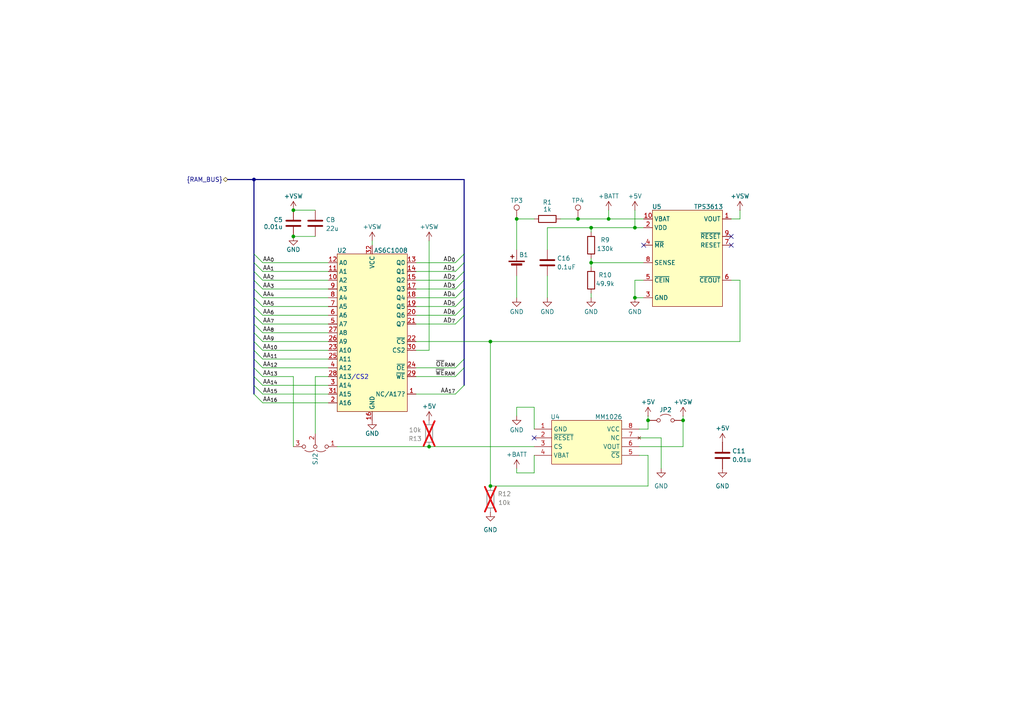
<source format=kicad_sch>
(kicad_sch
	(version 20231120)
	(generator "eeschema")
	(generator_version "8.0")
	(uuid "7300a905-7ea0-4e99-a24c-51c24af06fc8")
	(paper "A4")
	(title_block
		(title "SNES SA-1 Cartridge")
		(date "2025-10-27")
		(rev "v1.0")
		(company "https://github.com/MouseBiteLabs/Super-Nintendo-Cartridges")
	)
	(lib_symbols
		(symbol "Bucketmouse:AS6C1008"
			(exclude_from_sim no)
			(in_bom yes)
			(on_board yes)
			(property "Reference" "U2"
				(at -10.16 21.336 0)
				(effects
					(font
						(size 1.27 1.27)
					)
					(justify left)
				)
			)
			(property "Value" "AS6C1008"
				(at 0.508 21.336 0)
				(effects
					(font
						(size 1.27 1.27)
					)
					(justify left)
				)
			)
			(property "Footprint" "Bucketmouse:SO32L_L"
				(at 0 -2.54 0)
				(effects
					(font
						(size 1.27 1.27)
					)
					(hide yes)
				)
			)
			(property "Datasheet" ""
				(at 0 -2.54 0)
				(effects
					(font
						(size 1.27 1.27)
					)
					(hide yes)
				)
			)
			(property "Description" ""
				(at 0 0 0)
				(effects
					(font
						(size 1.27 1.27)
					)
					(hide yes)
				)
			)
			(property "ki_keywords" "RAM SRAM CMOS MEMORY"
				(at 0 0 0)
				(effects
					(font
						(size 1.27 1.27)
					)
					(hide yes)
				)
			)
			(property "ki_fp_filters" "DIP*W15.24mm*"
				(at 0 0 0)
				(effects
					(font
						(size 1.27 1.27)
					)
					(hide yes)
				)
			)
			(symbol "AS6C1008_1_0"
				(pin power_in line
					(at 0 -27.94 90)
					(length 2.54)
					(name "GND"
						(effects
							(font
								(size 1.27 1.27)
							)
						)
					)
					(number "16"
						(effects
							(font
								(size 1.27 1.27)
							)
						)
					)
				)
				(pin power_in line
					(at 0 22.86 270)
					(length 2.54)
					(name "VCC"
						(effects
							(font
								(size 1.27 1.27)
							)
						)
					)
					(number "32"
						(effects
							(font
								(size 1.27 1.27)
							)
						)
					)
				)
			)
			(symbol "AS6C1008_1_1"
				(rectangle
					(start -10.16 20.32)
					(end 10.16 -25.4)
					(stroke
						(width 0)
						(type default)
					)
					(fill
						(type background)
					)
				)
				(pin unspecified line
					(at 12.7 -20.32 180)
					(length 2.54)
					(name "NC/A17?"
						(effects
							(font
								(size 1.27 1.27)
							)
						)
					)
					(number "1"
						(effects
							(font
								(size 1.27 1.27)
							)
						)
					)
				)
				(pin input line
					(at -12.7 12.7 0)
					(length 2.54)
					(name "A2"
						(effects
							(font
								(size 1.27 1.27)
							)
						)
					)
					(number "10"
						(effects
							(font
								(size 1.27 1.27)
							)
						)
					)
				)
				(pin input line
					(at -12.7 15.24 0)
					(length 2.54)
					(name "A1"
						(effects
							(font
								(size 1.27 1.27)
							)
						)
					)
					(number "11"
						(effects
							(font
								(size 1.27 1.27)
							)
						)
					)
				)
				(pin input line
					(at -12.7 17.78 0)
					(length 2.54)
					(name "A0"
						(effects
							(font
								(size 1.27 1.27)
							)
						)
					)
					(number "12"
						(effects
							(font
								(size 1.27 1.27)
							)
						)
					)
				)
				(pin tri_state line
					(at 12.7 17.78 180)
					(length 2.54)
					(name "Q0"
						(effects
							(font
								(size 1.27 1.27)
							)
						)
					)
					(number "13"
						(effects
							(font
								(size 1.27 1.27)
							)
						)
					)
				)
				(pin tri_state line
					(at 12.7 15.24 180)
					(length 2.54)
					(name "Q1"
						(effects
							(font
								(size 1.27 1.27)
							)
						)
					)
					(number "14"
						(effects
							(font
								(size 1.27 1.27)
							)
						)
					)
				)
				(pin tri_state line
					(at 12.7 12.7 180)
					(length 2.54)
					(name "Q2"
						(effects
							(font
								(size 1.27 1.27)
							)
						)
					)
					(number "15"
						(effects
							(font
								(size 1.27 1.27)
							)
						)
					)
				)
				(pin tri_state line
					(at 12.7 10.16 180)
					(length 2.54)
					(name "Q3"
						(effects
							(font
								(size 1.27 1.27)
							)
						)
					)
					(number "17"
						(effects
							(font
								(size 1.27 1.27)
							)
						)
					)
				)
				(pin tri_state line
					(at 12.7 7.62 180)
					(length 2.54)
					(name "Q4"
						(effects
							(font
								(size 1.27 1.27)
							)
						)
					)
					(number "18"
						(effects
							(font
								(size 1.27 1.27)
							)
						)
					)
				)
				(pin tri_state line
					(at 12.7 5.08 180)
					(length 2.54)
					(name "Q5"
						(effects
							(font
								(size 1.27 1.27)
							)
						)
					)
					(number "19"
						(effects
							(font
								(size 1.27 1.27)
							)
						)
					)
				)
				(pin input line
					(at -12.7 -22.86 0)
					(length 2.54)
					(name "A16"
						(effects
							(font
								(size 1.27 1.27)
							)
						)
					)
					(number "2"
						(effects
							(font
								(size 1.27 1.27)
							)
						)
					)
				)
				(pin tri_state line
					(at 12.7 2.54 180)
					(length 2.54)
					(name "Q6"
						(effects
							(font
								(size 1.27 1.27)
							)
						)
					)
					(number "20"
						(effects
							(font
								(size 1.27 1.27)
							)
						)
					)
				)
				(pin tri_state line
					(at 12.7 0 180)
					(length 2.54)
					(name "Q7"
						(effects
							(font
								(size 1.27 1.27)
							)
						)
					)
					(number "21"
						(effects
							(font
								(size 1.27 1.27)
							)
						)
					)
				)
				(pin input line
					(at 12.7 -5.08 180)
					(length 2.54)
					(name "~{CS}"
						(effects
							(font
								(size 1.27 1.27)
							)
						)
					)
					(number "22"
						(effects
							(font
								(size 1.27 1.27)
							)
						)
					)
				)
				(pin input line
					(at -12.7 -7.62 0)
					(length 2.54)
					(name "A10"
						(effects
							(font
								(size 1.27 1.27)
							)
						)
					)
					(number "23"
						(effects
							(font
								(size 1.27 1.27)
							)
						)
					)
				)
				(pin input line
					(at 12.7 -12.7 180)
					(length 2.54)
					(name "~{OE}"
						(effects
							(font
								(size 1.27 1.27)
							)
						)
					)
					(number "24"
						(effects
							(font
								(size 1.27 1.27)
							)
						)
					)
				)
				(pin input line
					(at -12.7 -10.16 0)
					(length 2.54)
					(name "A11"
						(effects
							(font
								(size 1.27 1.27)
							)
						)
					)
					(number "25"
						(effects
							(font
								(size 1.27 1.27)
							)
						)
					)
				)
				(pin input line
					(at -12.7 -5.08 0)
					(length 2.54)
					(name "A9"
						(effects
							(font
								(size 1.27 1.27)
							)
						)
					)
					(number "26"
						(effects
							(font
								(size 1.27 1.27)
							)
						)
					)
				)
				(pin input line
					(at -12.7 -2.54 0)
					(length 2.54)
					(name "A8"
						(effects
							(font
								(size 1.27 1.27)
							)
						)
					)
					(number "27"
						(effects
							(font
								(size 1.27 1.27)
							)
						)
					)
				)
				(pin input line
					(at -12.7 -15.24 0)
					(length 2.54)
					(name "A13"
						(effects
							(font
								(size 1.27 1.27)
							)
						)
					)
					(number "28"
						(effects
							(font
								(size 1.27 1.27)
							)
						)
					)
				)
				(pin input line
					(at 12.7 -15.24 180)
					(length 2.54)
					(name "~{WE}"
						(effects
							(font
								(size 1.27 1.27)
							)
						)
					)
					(number "29"
						(effects
							(font
								(size 1.27 1.27)
							)
						)
					)
				)
				(pin input line
					(at -12.7 -17.78 0)
					(length 2.54)
					(name "A14"
						(effects
							(font
								(size 1.27 1.27)
							)
						)
					)
					(number "3"
						(effects
							(font
								(size 1.27 1.27)
							)
						)
					)
				)
				(pin input line
					(at 12.7 -7.62 180)
					(length 2.54)
					(name "CS2"
						(effects
							(font
								(size 1.27 1.27)
							)
						)
					)
					(number "30"
						(effects
							(font
								(size 1.27 1.27)
							)
						)
					)
				)
				(pin input line
					(at -12.7 -20.32 0)
					(length 2.54)
					(name "A15"
						(effects
							(font
								(size 1.27 1.27)
							)
						)
					)
					(number "31"
						(effects
							(font
								(size 1.27 1.27)
							)
						)
					)
				)
				(pin input line
					(at -12.7 -12.7 0)
					(length 2.54)
					(name "A12"
						(effects
							(font
								(size 1.27 1.27)
							)
						)
					)
					(number "4"
						(effects
							(font
								(size 1.27 1.27)
							)
						)
					)
				)
				(pin input line
					(at -12.7 0 0)
					(length 2.54)
					(name "A7"
						(effects
							(font
								(size 1.27 1.27)
							)
						)
					)
					(number "5"
						(effects
							(font
								(size 1.27 1.27)
							)
						)
					)
				)
				(pin input line
					(at -12.7 2.54 0)
					(length 2.54)
					(name "A6"
						(effects
							(font
								(size 1.27 1.27)
							)
						)
					)
					(number "6"
						(effects
							(font
								(size 1.27 1.27)
							)
						)
					)
				)
				(pin input line
					(at -12.7 5.08 0)
					(length 2.54)
					(name "A5"
						(effects
							(font
								(size 1.27 1.27)
							)
						)
					)
					(number "7"
						(effects
							(font
								(size 1.27 1.27)
							)
						)
					)
				)
				(pin input line
					(at -12.7 7.62 0)
					(length 2.54)
					(name "A4"
						(effects
							(font
								(size 1.27 1.27)
							)
						)
					)
					(number "8"
						(effects
							(font
								(size 1.27 1.27)
							)
						)
					)
				)
				(pin input line
					(at -12.7 10.16 0)
					(length 2.54)
					(name "A3"
						(effects
							(font
								(size 1.27 1.27)
							)
						)
					)
					(number "9"
						(effects
							(font
								(size 1.27 1.27)
							)
						)
					)
				)
			)
		)
		(symbol "Bucketmouse:MM1026"
			(exclude_from_sim no)
			(in_bom yes)
			(on_board yes)
			(property "Reference" "U"
				(at -10.16 8.128 0)
				(effects
					(font
						(size 1.27 1.27)
					)
					(justify left bottom)
				)
			)
			(property "Value" "MM1026"
				(at 2.54 -7.112 0)
				(effects
					(font
						(size 1.27 1.27)
					)
					(justify left bottom)
				)
			)
			(property "Footprint" "MBC5_2-0:SOIC-8"
				(at 0 0 0)
				(effects
					(font
						(size 1.27 1.27)
					)
					(hide yes)
				)
			)
			(property "Datasheet" ""
				(at 0 0 0)
				(effects
					(font
						(size 1.27 1.27)
					)
					(hide yes)
				)
			)
			(property "Description" ""
				(at 0 0 0)
				(effects
					(font
						(size 1.27 1.27)
					)
					(hide yes)
				)
			)
			(symbol "MM1026_1_0"
				(pin power_in line
					(at -15.24 5.08 0)
					(length 5.08)
					(name "GND"
						(effects
							(font
								(size 1.27 1.27)
							)
						)
					)
					(number "1"
						(effects
							(font
								(size 1.27 1.27)
							)
						)
					)
				)
				(pin input line
					(at -15.24 2.54 0)
					(length 5.08)
					(name "~{RESET}"
						(effects
							(font
								(size 1.27 1.27)
							)
						)
					)
					(number "2"
						(effects
							(font
								(size 1.27 1.27)
							)
						)
					)
				)
				(pin output line
					(at -15.24 0 0)
					(length 5.08)
					(name "CS"
						(effects
							(font
								(size 1.27 1.27)
							)
						)
					)
					(number "3"
						(effects
							(font
								(size 1.27 1.27)
							)
						)
					)
				)
				(pin power_in line
					(at -15.24 -2.54 0)
					(length 5.08)
					(name "VBAT"
						(effects
							(font
								(size 1.27 1.27)
							)
						)
					)
					(number "4"
						(effects
							(font
								(size 1.27 1.27)
							)
						)
					)
				)
				(pin output line
					(at 15.24 -2.54 180)
					(length 5.08)
					(name "~{CS}"
						(effects
							(font
								(size 1.27 1.27)
							)
						)
					)
					(number "5"
						(effects
							(font
								(size 1.27 1.27)
							)
						)
					)
				)
				(pin power_in line
					(at 15.24 0 180)
					(length 5.08)
					(name "VOUT"
						(effects
							(font
								(size 1.27 1.27)
							)
						)
					)
					(number "6"
						(effects
							(font
								(size 1.27 1.27)
							)
						)
					)
				)
				(pin no_connect line
					(at 15.24 2.54 180)
					(length 5.08)
					(name "NC"
						(effects
							(font
								(size 1.27 1.27)
							)
						)
					)
					(number "7"
						(effects
							(font
								(size 1.27 1.27)
							)
						)
					)
				)
				(pin power_in line
					(at 15.24 5.08 180)
					(length 5.08)
					(name "VCC"
						(effects
							(font
								(size 1.27 1.27)
							)
						)
					)
					(number "8"
						(effects
							(font
								(size 1.27 1.27)
							)
						)
					)
				)
			)
			(symbol "MM1026_1_1"
				(polyline
					(pts
						(xy -10.16 7.62) (xy 10.16 7.62) (xy 10.16 -5.08) (xy -10.16 -5.08) (xy -10.16 7.62) (xy -10.16 7.62)
					)
					(stroke
						(width 0)
						(type default)
					)
					(fill
						(type background)
					)
				)
			)
		)
		(symbol "Bucketmouse:TPS3613"
			(exclude_from_sim no)
			(in_bom yes)
			(on_board yes)
			(property "Reference" "U"
				(at -10.16 13.208 0)
				(effects
					(font
						(size 1.27 1.27)
					)
					(justify left bottom)
				)
			)
			(property "Value" "TPS3613"
				(at 1.778 13.208 0)
				(effects
					(font
						(size 1.27 1.27)
					)
					(justify left bottom)
				)
			)
			(property "Footprint" "MSOP-10"
				(at 0.508 0 0)
				(effects
					(font
						(size 1.27 1.27)
					)
					(hide yes)
				)
			)
			(property "Datasheet" ""
				(at 0 0 0)
				(effects
					(font
						(size 1.27 1.27)
					)
					(hide yes)
				)
			)
			(property "Description" ""
				(at 0 0 0)
				(effects
					(font
						(size 1.27 1.27)
					)
					(hide yes)
				)
			)
			(symbol "TPS3613_1_0"
				(pin power_in line
					(at 12.7 10.16 180)
					(length 2.54)
					(name "VOUT"
						(effects
							(font
								(size 1.27 1.27)
							)
						)
					)
					(number "1"
						(effects
							(font
								(size 1.27 1.27)
							)
						)
					)
				)
				(pin power_in line
					(at -12.7 10.16 0)
					(length 2.54)
					(name "VBAT"
						(effects
							(font
								(size 1.27 1.27)
							)
						)
					)
					(number "10"
						(effects
							(font
								(size 1.27 1.27)
							)
						)
					)
				)
				(pin power_in line
					(at -12.7 7.62 0)
					(length 2.54)
					(name "VDD"
						(effects
							(font
								(size 1.27 1.27)
							)
						)
					)
					(number "2"
						(effects
							(font
								(size 1.27 1.27)
							)
						)
					)
				)
				(pin power_in line
					(at -12.7 -12.7 0)
					(length 2.54)
					(name "GND"
						(effects
							(font
								(size 1.27 1.27)
							)
						)
					)
					(number "3"
						(effects
							(font
								(size 1.27 1.27)
							)
						)
					)
				)
				(pin input line
					(at -12.7 2.54 0)
					(length 2.54)
					(name "~{MR}"
						(effects
							(font
								(size 1.27 1.27)
							)
						)
					)
					(number "4"
						(effects
							(font
								(size 1.27 1.27)
							)
						)
					)
				)
				(pin input line
					(at -12.7 -7.62 0)
					(length 2.54)
					(name "~{CEIN}"
						(effects
							(font
								(size 1.27 1.27)
							)
						)
					)
					(number "5"
						(effects
							(font
								(size 1.27 1.27)
							)
						)
					)
				)
				(pin output line
					(at 12.7 -7.62 180)
					(length 2.54)
					(name "~{CEOUT}"
						(effects
							(font
								(size 1.27 1.27)
							)
						)
					)
					(number "6"
						(effects
							(font
								(size 1.27 1.27)
							)
						)
					)
				)
				(pin output line
					(at 12.7 2.54 180)
					(length 2.54)
					(name "RESET"
						(effects
							(font
								(size 1.27 1.27)
							)
						)
					)
					(number "7"
						(effects
							(font
								(size 1.27 1.27)
							)
						)
					)
				)
				(pin input line
					(at -12.7 -2.54 0)
					(length 2.54)
					(name "SENSE"
						(effects
							(font
								(size 1.27 1.27)
							)
						)
					)
					(number "8"
						(effects
							(font
								(size 1.27 1.27)
							)
						)
					)
				)
				(pin output line
					(at 12.7 5.08 180)
					(length 2.54)
					(name "~{RESET}"
						(effects
							(font
								(size 1.27 1.27)
							)
						)
					)
					(number "9"
						(effects
							(font
								(size 1.27 1.27)
							)
						)
					)
				)
			)
			(symbol "TPS3613_1_1"
				(rectangle
					(start -10.16 12.7)
					(end 10.16 -15.24)
					(stroke
						(width 0)
						(type default)
					)
					(fill
						(type background)
					)
				)
			)
		)
		(symbol "Connector:TestPoint"
			(pin_numbers hide)
			(pin_names
				(offset 0.762) hide)
			(exclude_from_sim no)
			(in_bom yes)
			(on_board yes)
			(property "Reference" "TP"
				(at 0 6.858 0)
				(effects
					(font
						(size 1.27 1.27)
					)
				)
			)
			(property "Value" "TestPoint"
				(at 0 5.08 0)
				(effects
					(font
						(size 1.27 1.27)
					)
				)
			)
			(property "Footprint" ""
				(at 5.08 0 0)
				(effects
					(font
						(size 1.27 1.27)
					)
					(hide yes)
				)
			)
			(property "Datasheet" "~"
				(at 5.08 0 0)
				(effects
					(font
						(size 1.27 1.27)
					)
					(hide yes)
				)
			)
			(property "Description" "test point"
				(at 0 0 0)
				(effects
					(font
						(size 1.27 1.27)
					)
					(hide yes)
				)
			)
			(property "ki_keywords" "test point tp"
				(at 0 0 0)
				(effects
					(font
						(size 1.27 1.27)
					)
					(hide yes)
				)
			)
			(property "ki_fp_filters" "Pin* Test*"
				(at 0 0 0)
				(effects
					(font
						(size 1.27 1.27)
					)
					(hide yes)
				)
			)
			(symbol "TestPoint_0_1"
				(circle
					(center 0 3.302)
					(radius 0.762)
					(stroke
						(width 0)
						(type default)
					)
					(fill
						(type none)
					)
				)
			)
			(symbol "TestPoint_1_1"
				(pin passive line
					(at 0 0 90)
					(length 2.54)
					(name "1"
						(effects
							(font
								(size 1.27 1.27)
							)
						)
					)
					(number "1"
						(effects
							(font
								(size 1.27 1.27)
							)
						)
					)
				)
			)
		)
		(symbol "Device:Battery_Cell"
			(pin_numbers hide)
			(pin_names
				(offset 0) hide)
			(exclude_from_sim no)
			(in_bom yes)
			(on_board yes)
			(property "Reference" "BT"
				(at 2.54 2.54 0)
				(effects
					(font
						(size 1.27 1.27)
					)
					(justify left)
				)
			)
			(property "Value" "Battery_Cell"
				(at 2.54 0 0)
				(effects
					(font
						(size 1.27 1.27)
					)
					(justify left)
				)
			)
			(property "Footprint" ""
				(at 0 1.524 90)
				(effects
					(font
						(size 1.27 1.27)
					)
					(hide yes)
				)
			)
			(property "Datasheet" "~"
				(at 0 1.524 90)
				(effects
					(font
						(size 1.27 1.27)
					)
					(hide yes)
				)
			)
			(property "Description" "Single-cell battery"
				(at 0 0 0)
				(effects
					(font
						(size 1.27 1.27)
					)
					(hide yes)
				)
			)
			(property "ki_keywords" "battery cell"
				(at 0 0 0)
				(effects
					(font
						(size 1.27 1.27)
					)
					(hide yes)
				)
			)
			(symbol "Battery_Cell_0_1"
				(rectangle
					(start -2.286 1.778)
					(end 2.286 1.524)
					(stroke
						(width 0)
						(type default)
					)
					(fill
						(type outline)
					)
				)
				(rectangle
					(start -1.524 1.016)
					(end 1.524 0.508)
					(stroke
						(width 0)
						(type default)
					)
					(fill
						(type outline)
					)
				)
				(polyline
					(pts
						(xy 0 0.762) (xy 0 0)
					)
					(stroke
						(width 0)
						(type default)
					)
					(fill
						(type none)
					)
				)
				(polyline
					(pts
						(xy 0 1.778) (xy 0 2.54)
					)
					(stroke
						(width 0)
						(type default)
					)
					(fill
						(type none)
					)
				)
				(polyline
					(pts
						(xy 0.762 3.048) (xy 1.778 3.048)
					)
					(stroke
						(width 0.254)
						(type default)
					)
					(fill
						(type none)
					)
				)
				(polyline
					(pts
						(xy 1.27 3.556) (xy 1.27 2.54)
					)
					(stroke
						(width 0.254)
						(type default)
					)
					(fill
						(type none)
					)
				)
			)
			(symbol "Battery_Cell_1_1"
				(pin passive line
					(at 0 5.08 270)
					(length 2.54)
					(name "+"
						(effects
							(font
								(size 1.27 1.27)
							)
						)
					)
					(number "1"
						(effects
							(font
								(size 1.27 1.27)
							)
						)
					)
				)
				(pin passive line
					(at 0 -2.54 90)
					(length 2.54)
					(name "-"
						(effects
							(font
								(size 1.27 1.27)
							)
						)
					)
					(number "2"
						(effects
							(font
								(size 1.27 1.27)
							)
						)
					)
				)
			)
		)
		(symbol "Device:C"
			(pin_numbers hide)
			(pin_names
				(offset 0.254)
			)
			(exclude_from_sim no)
			(in_bom yes)
			(on_board yes)
			(property "Reference" "C"
				(at 0.635 2.54 0)
				(effects
					(font
						(size 1.27 1.27)
					)
					(justify left)
				)
			)
			(property "Value" "C"
				(at 0.635 -2.54 0)
				(effects
					(font
						(size 1.27 1.27)
					)
					(justify left)
				)
			)
			(property "Footprint" ""
				(at 0.9652 -3.81 0)
				(effects
					(font
						(size 1.27 1.27)
					)
					(hide yes)
				)
			)
			(property "Datasheet" "~"
				(at 0 0 0)
				(effects
					(font
						(size 1.27 1.27)
					)
					(hide yes)
				)
			)
			(property "Description" "Unpolarized capacitor"
				(at 0 0 0)
				(effects
					(font
						(size 1.27 1.27)
					)
					(hide yes)
				)
			)
			(property "ki_keywords" "cap capacitor"
				(at 0 0 0)
				(effects
					(font
						(size 1.27 1.27)
					)
					(hide yes)
				)
			)
			(property "ki_fp_filters" "C_*"
				(at 0 0 0)
				(effects
					(font
						(size 1.27 1.27)
					)
					(hide yes)
				)
			)
			(symbol "C_0_1"
				(polyline
					(pts
						(xy -2.032 -0.762) (xy 2.032 -0.762)
					)
					(stroke
						(width 0.508)
						(type default)
					)
					(fill
						(type none)
					)
				)
				(polyline
					(pts
						(xy -2.032 0.762) (xy 2.032 0.762)
					)
					(stroke
						(width 0.508)
						(type default)
					)
					(fill
						(type none)
					)
				)
			)
			(symbol "C_1_1"
				(pin passive line
					(at 0 3.81 270)
					(length 2.794)
					(name "~"
						(effects
							(font
								(size 1.27 1.27)
							)
						)
					)
					(number "1"
						(effects
							(font
								(size 1.27 1.27)
							)
						)
					)
				)
				(pin passive line
					(at 0 -3.81 90)
					(length 2.794)
					(name "~"
						(effects
							(font
								(size 1.27 1.27)
							)
						)
					)
					(number "2"
						(effects
							(font
								(size 1.27 1.27)
							)
						)
					)
				)
			)
		)
		(symbol "Device:R"
			(pin_numbers hide)
			(pin_names
				(offset 0)
			)
			(exclude_from_sim no)
			(in_bom yes)
			(on_board yes)
			(property "Reference" "R"
				(at 2.032 0 90)
				(effects
					(font
						(size 1.27 1.27)
					)
				)
			)
			(property "Value" "R"
				(at 0 0 90)
				(effects
					(font
						(size 1.27 1.27)
					)
				)
			)
			(property "Footprint" ""
				(at -1.778 0 90)
				(effects
					(font
						(size 1.27 1.27)
					)
					(hide yes)
				)
			)
			(property "Datasheet" "~"
				(at 0 0 0)
				(effects
					(font
						(size 1.27 1.27)
					)
					(hide yes)
				)
			)
			(property "Description" "Resistor"
				(at 0 0 0)
				(effects
					(font
						(size 1.27 1.27)
					)
					(hide yes)
				)
			)
			(property "ki_keywords" "R res resistor"
				(at 0 0 0)
				(effects
					(font
						(size 1.27 1.27)
					)
					(hide yes)
				)
			)
			(property "ki_fp_filters" "R_*"
				(at 0 0 0)
				(effects
					(font
						(size 1.27 1.27)
					)
					(hide yes)
				)
			)
			(symbol "R_0_1"
				(rectangle
					(start -1.016 -2.54)
					(end 1.016 2.54)
					(stroke
						(width 0.254)
						(type default)
					)
					(fill
						(type none)
					)
				)
			)
			(symbol "R_1_1"
				(pin passive line
					(at 0 3.81 270)
					(length 1.27)
					(name "~"
						(effects
							(font
								(size 1.27 1.27)
							)
						)
					)
					(number "1"
						(effects
							(font
								(size 1.27 1.27)
							)
						)
					)
				)
				(pin passive line
					(at 0 -3.81 90)
					(length 1.27)
					(name "~"
						(effects
							(font
								(size 1.27 1.27)
							)
						)
					)
					(number "2"
						(effects
							(font
								(size 1.27 1.27)
							)
						)
					)
				)
			)
		)
		(symbol "Jumper:Jumper_2_Open"
			(pin_numbers hide)
			(pin_names
				(offset 0) hide)
			(exclude_from_sim yes)
			(in_bom yes)
			(on_board yes)
			(property "Reference" "JP"
				(at 0 2.794 0)
				(effects
					(font
						(size 1.27 1.27)
					)
				)
			)
			(property "Value" "Jumper_2_Open"
				(at 0 -2.286 0)
				(effects
					(font
						(size 1.27 1.27)
					)
				)
			)
			(property "Footprint" ""
				(at 0 0 0)
				(effects
					(font
						(size 1.27 1.27)
					)
					(hide yes)
				)
			)
			(property "Datasheet" "~"
				(at 0 0 0)
				(effects
					(font
						(size 1.27 1.27)
					)
					(hide yes)
				)
			)
			(property "Description" "Jumper, 2-pole, open"
				(at 0 0 0)
				(effects
					(font
						(size 1.27 1.27)
					)
					(hide yes)
				)
			)
			(property "ki_keywords" "Jumper SPST"
				(at 0 0 0)
				(effects
					(font
						(size 1.27 1.27)
					)
					(hide yes)
				)
			)
			(property "ki_fp_filters" "Jumper* TestPoint*2Pads* TestPoint*Bridge*"
				(at 0 0 0)
				(effects
					(font
						(size 1.27 1.27)
					)
					(hide yes)
				)
			)
			(symbol "Jumper_2_Open_0_0"
				(circle
					(center -2.032 0)
					(radius 0.508)
					(stroke
						(width 0)
						(type default)
					)
					(fill
						(type none)
					)
				)
				(circle
					(center 2.032 0)
					(radius 0.508)
					(stroke
						(width 0)
						(type default)
					)
					(fill
						(type none)
					)
				)
			)
			(symbol "Jumper_2_Open_0_1"
				(arc
					(start 1.524 1.27)
					(mid 0 1.778)
					(end -1.524 1.27)
					(stroke
						(width 0)
						(type default)
					)
					(fill
						(type none)
					)
				)
			)
			(symbol "Jumper_2_Open_1_1"
				(pin passive line
					(at -5.08 0 0)
					(length 2.54)
					(name "A"
						(effects
							(font
								(size 1.27 1.27)
							)
						)
					)
					(number "1"
						(effects
							(font
								(size 1.27 1.27)
							)
						)
					)
				)
				(pin passive line
					(at 5.08 0 180)
					(length 2.54)
					(name "B"
						(effects
							(font
								(size 1.27 1.27)
							)
						)
					)
					(number "2"
						(effects
							(font
								(size 1.27 1.27)
							)
						)
					)
				)
			)
		)
		(symbol "Jumper:Jumper_3_Open"
			(pin_names
				(offset 0) hide)
			(exclude_from_sim yes)
			(in_bom no)
			(on_board yes)
			(property "Reference" "JP"
				(at -2.54 -2.54 0)
				(effects
					(font
						(size 1.27 1.27)
					)
				)
			)
			(property "Value" "Jumper_3_Open"
				(at 0 2.794 0)
				(effects
					(font
						(size 1.27 1.27)
					)
				)
			)
			(property "Footprint" ""
				(at 0 0 0)
				(effects
					(font
						(size 1.27 1.27)
					)
					(hide yes)
				)
			)
			(property "Datasheet" "~"
				(at 0 0 0)
				(effects
					(font
						(size 1.27 1.27)
					)
					(hide yes)
				)
			)
			(property "Description" "Jumper, 3-pole, both open"
				(at 0 0 0)
				(effects
					(font
						(size 1.27 1.27)
					)
					(hide yes)
				)
			)
			(property "ki_keywords" "Jumper SPDT"
				(at 0 0 0)
				(effects
					(font
						(size 1.27 1.27)
					)
					(hide yes)
				)
			)
			(property "ki_fp_filters" "Jumper* TestPoint*3Pads* TestPoint*Bridge*"
				(at 0 0 0)
				(effects
					(font
						(size 1.27 1.27)
					)
					(hide yes)
				)
			)
			(symbol "Jumper_3_Open_0_0"
				(circle
					(center -3.302 0)
					(radius 0.508)
					(stroke
						(width 0)
						(type default)
					)
					(fill
						(type none)
					)
				)
				(circle
					(center 0 0)
					(radius 0.508)
					(stroke
						(width 0)
						(type default)
					)
					(fill
						(type none)
					)
				)
				(circle
					(center 3.302 0)
					(radius 0.508)
					(stroke
						(width 0)
						(type default)
					)
					(fill
						(type none)
					)
				)
			)
			(symbol "Jumper_3_Open_0_1"
				(arc
					(start -0.254 1.016)
					(mid -1.651 1.4992)
					(end -3.048 1.016)
					(stroke
						(width 0)
						(type default)
					)
					(fill
						(type none)
					)
				)
				(polyline
					(pts
						(xy 0 -0.508) (xy 0 -1.27)
					)
					(stroke
						(width 0)
						(type default)
					)
					(fill
						(type none)
					)
				)
				(arc
					(start 3.048 1.016)
					(mid 1.651 1.4992)
					(end 0.254 1.016)
					(stroke
						(width 0)
						(type default)
					)
					(fill
						(type none)
					)
				)
			)
			(symbol "Jumper_3_Open_1_1"
				(pin passive line
					(at -6.35 0 0)
					(length 2.54)
					(name "A"
						(effects
							(font
								(size 1.27 1.27)
							)
						)
					)
					(number "1"
						(effects
							(font
								(size 1.27 1.27)
							)
						)
					)
				)
				(pin passive line
					(at 0 -3.81 90)
					(length 2.54)
					(name "C"
						(effects
							(font
								(size 1.27 1.27)
							)
						)
					)
					(number "2"
						(effects
							(font
								(size 1.27 1.27)
							)
						)
					)
				)
				(pin passive line
					(at 6.35 0 180)
					(length 2.54)
					(name "B"
						(effects
							(font
								(size 1.27 1.27)
							)
						)
					)
					(number "3"
						(effects
							(font
								(size 1.27 1.27)
							)
						)
					)
				)
			)
		)
		(symbol "power:+5V"
			(power)
			(pin_numbers hide)
			(pin_names
				(offset 0) hide)
			(exclude_from_sim no)
			(in_bom yes)
			(on_board yes)
			(property "Reference" "#PWR"
				(at 0 -3.81 0)
				(effects
					(font
						(size 1.27 1.27)
					)
					(hide yes)
				)
			)
			(property "Value" "+5V"
				(at 0 3.556 0)
				(effects
					(font
						(size 1.27 1.27)
					)
				)
			)
			(property "Footprint" ""
				(at 0 0 0)
				(effects
					(font
						(size 1.27 1.27)
					)
					(hide yes)
				)
			)
			(property "Datasheet" ""
				(at 0 0 0)
				(effects
					(font
						(size 1.27 1.27)
					)
					(hide yes)
				)
			)
			(property "Description" "Power symbol creates a global label with name \"+5V\""
				(at 0 0 0)
				(effects
					(font
						(size 1.27 1.27)
					)
					(hide yes)
				)
			)
			(property "ki_keywords" "global power"
				(at 0 0 0)
				(effects
					(font
						(size 1.27 1.27)
					)
					(hide yes)
				)
			)
			(symbol "+5V_0_1"
				(polyline
					(pts
						(xy -0.762 1.27) (xy 0 2.54)
					)
					(stroke
						(width 0)
						(type default)
					)
					(fill
						(type none)
					)
				)
				(polyline
					(pts
						(xy 0 0) (xy 0 2.54)
					)
					(stroke
						(width 0)
						(type default)
					)
					(fill
						(type none)
					)
				)
				(polyline
					(pts
						(xy 0 2.54) (xy 0.762 1.27)
					)
					(stroke
						(width 0)
						(type default)
					)
					(fill
						(type none)
					)
				)
			)
			(symbol "+5V_1_1"
				(pin power_in line
					(at 0 0 90)
					(length 0)
					(name "~"
						(effects
							(font
								(size 1.27 1.27)
							)
						)
					)
					(number "1"
						(effects
							(font
								(size 1.27 1.27)
							)
						)
					)
				)
			)
		)
		(symbol "power:+BATT"
			(power)
			(pin_numbers hide)
			(pin_names
				(offset 0) hide)
			(exclude_from_sim no)
			(in_bom yes)
			(on_board yes)
			(property "Reference" "#PWR"
				(at 0 -3.81 0)
				(effects
					(font
						(size 1.27 1.27)
					)
					(hide yes)
				)
			)
			(property "Value" "+BATT"
				(at 0 3.556 0)
				(effects
					(font
						(size 1.27 1.27)
					)
				)
			)
			(property "Footprint" ""
				(at 0 0 0)
				(effects
					(font
						(size 1.27 1.27)
					)
					(hide yes)
				)
			)
			(property "Datasheet" ""
				(at 0 0 0)
				(effects
					(font
						(size 1.27 1.27)
					)
					(hide yes)
				)
			)
			(property "Description" "Power symbol creates a global label with name \"+BATT\""
				(at 0 0 0)
				(effects
					(font
						(size 1.27 1.27)
					)
					(hide yes)
				)
			)
			(property "ki_keywords" "global power battery"
				(at 0 0 0)
				(effects
					(font
						(size 1.27 1.27)
					)
					(hide yes)
				)
			)
			(symbol "+BATT_0_1"
				(polyline
					(pts
						(xy -0.762 1.27) (xy 0 2.54)
					)
					(stroke
						(width 0)
						(type default)
					)
					(fill
						(type none)
					)
				)
				(polyline
					(pts
						(xy 0 0) (xy 0 2.54)
					)
					(stroke
						(width 0)
						(type default)
					)
					(fill
						(type none)
					)
				)
				(polyline
					(pts
						(xy 0 2.54) (xy 0.762 1.27)
					)
					(stroke
						(width 0)
						(type default)
					)
					(fill
						(type none)
					)
				)
			)
			(symbol "+BATT_1_1"
				(pin power_in line
					(at 0 0 90)
					(length 0)
					(name "~"
						(effects
							(font
								(size 1.27 1.27)
							)
						)
					)
					(number "1"
						(effects
							(font
								(size 1.27 1.27)
							)
						)
					)
				)
			)
		)
		(symbol "power:+VSW"
			(power)
			(pin_numbers hide)
			(pin_names
				(offset 0) hide)
			(exclude_from_sim no)
			(in_bom yes)
			(on_board yes)
			(property "Reference" "#PWR"
				(at 0 -3.81 0)
				(effects
					(font
						(size 1.27 1.27)
					)
					(hide yes)
				)
			)
			(property "Value" "+VSW"
				(at 0 3.556 0)
				(effects
					(font
						(size 1.27 1.27)
					)
				)
			)
			(property "Footprint" ""
				(at 0 0 0)
				(effects
					(font
						(size 1.27 1.27)
					)
					(hide yes)
				)
			)
			(property "Datasheet" ""
				(at 0 0 0)
				(effects
					(font
						(size 1.27 1.27)
					)
					(hide yes)
				)
			)
			(property "Description" "Power symbol creates a global label with name \"+VSW\""
				(at 0 0 0)
				(effects
					(font
						(size 1.27 1.27)
					)
					(hide yes)
				)
			)
			(property "ki_keywords" "global power"
				(at 0 0 0)
				(effects
					(font
						(size 1.27 1.27)
					)
					(hide yes)
				)
			)
			(symbol "+VSW_0_1"
				(polyline
					(pts
						(xy -0.762 1.27) (xy 0 2.54)
					)
					(stroke
						(width 0)
						(type default)
					)
					(fill
						(type none)
					)
				)
				(polyline
					(pts
						(xy 0 0) (xy 0 2.54)
					)
					(stroke
						(width 0)
						(type default)
					)
					(fill
						(type none)
					)
				)
				(polyline
					(pts
						(xy 0 2.54) (xy 0.762 1.27)
					)
					(stroke
						(width 0)
						(type default)
					)
					(fill
						(type none)
					)
				)
			)
			(symbol "+VSW_1_1"
				(pin power_in line
					(at 0 0 90)
					(length 0)
					(name "~"
						(effects
							(font
								(size 1.27 1.27)
							)
						)
					)
					(number "1"
						(effects
							(font
								(size 1.27 1.27)
							)
						)
					)
				)
			)
		)
		(symbol "power:GND"
			(power)
			(pin_numbers hide)
			(pin_names
				(offset 0) hide)
			(exclude_from_sim no)
			(in_bom yes)
			(on_board yes)
			(property "Reference" "#PWR"
				(at 0 -6.35 0)
				(effects
					(font
						(size 1.27 1.27)
					)
					(hide yes)
				)
			)
			(property "Value" "GND"
				(at 0 -3.81 0)
				(effects
					(font
						(size 1.27 1.27)
					)
				)
			)
			(property "Footprint" ""
				(at 0 0 0)
				(effects
					(font
						(size 1.27 1.27)
					)
					(hide yes)
				)
			)
			(property "Datasheet" ""
				(at 0 0 0)
				(effects
					(font
						(size 1.27 1.27)
					)
					(hide yes)
				)
			)
			(property "Description" "Power symbol creates a global label with name \"GND\" , ground"
				(at 0 0 0)
				(effects
					(font
						(size 1.27 1.27)
					)
					(hide yes)
				)
			)
			(property "ki_keywords" "global power"
				(at 0 0 0)
				(effects
					(font
						(size 1.27 1.27)
					)
					(hide yes)
				)
			)
			(symbol "GND_0_1"
				(polyline
					(pts
						(xy 0 0) (xy 0 -1.27) (xy 1.27 -1.27) (xy 0 -2.54) (xy -1.27 -1.27) (xy 0 -1.27)
					)
					(stroke
						(width 0)
						(type default)
					)
					(fill
						(type none)
					)
				)
			)
			(symbol "GND_1_1"
				(pin power_in line
					(at 0 0 270)
					(length 0)
					(name "~"
						(effects
							(font
								(size 1.27 1.27)
							)
						)
					)
					(number "1"
						(effects
							(font
								(size 1.27 1.27)
							)
						)
					)
				)
			)
		)
	)
	(junction
		(at 171.45 76.2)
		(diameter 0)
		(color 0 0 0 0)
		(uuid "064b48f0-51b1-41e8-bac4-2debfde22d1a")
	)
	(junction
		(at 167.64 63.5)
		(diameter 0)
		(color 0 0 0 0)
		(uuid "0dae1b70-b803-459e-a5de-e50d419e054f")
	)
	(junction
		(at 149.86 63.5)
		(diameter 0)
		(color 0 0 0 0)
		(uuid "22e60b04-645e-46ec-ae6d-bd83f4e71734")
	)
	(junction
		(at 124.46 129.54)
		(diameter 0)
		(color 0 0 0 0)
		(uuid "3b555ed0-a503-4c74-b223-793b7a0da321")
	)
	(junction
		(at 176.53 63.5)
		(diameter 0)
		(color 0 0 0 0)
		(uuid "45bfd6c1-dee3-48dd-b488-51c7e3624427")
	)
	(junction
		(at 171.45 66.04)
		(diameter 0)
		(color 0 0 0 0)
		(uuid "52156a67-5f6b-45f2-a0c7-3f110d2d79ab")
	)
	(junction
		(at 142.24 99.06)
		(diameter 0)
		(color 0 0 0 0)
		(uuid "7639931c-06c4-4225-ac3a-25abf36f69ba")
	)
	(junction
		(at 85.09 68.58)
		(diameter 0)
		(color 0 0 0 0)
		(uuid "7bc616a7-bed0-498d-bbca-5cfa48fa81b2")
	)
	(junction
		(at 85.09 60.96)
		(diameter 0)
		(color 0 0 0 0)
		(uuid "b20fb8dc-b5f5-4ede-b2d0-430fa8859cea")
	)
	(junction
		(at 198.12 121.92)
		(diameter 0)
		(color 0 0 0 0)
		(uuid "b5f22b65-5a8a-4936-93e7-4ad6fd08dc08")
	)
	(junction
		(at 187.96 121.92)
		(diameter 0)
		(color 0 0 0 0)
		(uuid "c2d909c5-23a7-426b-8feb-c6f778ddfc64")
	)
	(junction
		(at 73.66 52.07)
		(diameter 0)
		(color 0 0 0 0)
		(uuid "cff262fe-2424-4482-a8d2-223fb08d04c9")
	)
	(junction
		(at 184.15 86.36)
		(diameter 0)
		(color 0 0 0 0)
		(uuid "dfe37c27-f07e-4244-a26d-8025c86e7340")
	)
	(junction
		(at 184.15 66.04)
		(diameter 0)
		(color 0 0 0 0)
		(uuid "f98dcb5a-621e-4631-bb6b-9690b5d7178e")
	)
	(junction
		(at 142.24 140.97)
		(diameter 0)
		(color 0 0 0 0)
		(uuid "fa6ab148-9739-448f-8b6a-0fe646c45693")
	)
	(no_connect
		(at 154.94 127)
		(uuid "2bc1c3d8-06f2-4748-903f-2dc215879608")
	)
	(no_connect
		(at 212.09 71.12)
		(uuid "8e923980-e905-4391-9930-870073f520a3")
	)
	(no_connect
		(at 186.69 71.12)
		(uuid "dab2e867-30ad-482f-8bef-533f09c66f35")
	)
	(no_connect
		(at 212.09 68.58)
		(uuid "ff936584-83e7-4e55-9435-234b3a0515f0")
	)
	(bus_entry
		(at 73.66 83.82)
		(size 2.54 2.54)
		(stroke
			(width 0)
			(type default)
		)
		(uuid "14bd6db0-716e-4752-a9bf-57a833889ce5")
	)
	(bus_entry
		(at 134.62 83.82)
		(size -2.54 2.54)
		(stroke
			(width 0)
			(type default)
		)
		(uuid "14fd5711-2aa1-4430-820e-861447a5ea06")
	)
	(bus_entry
		(at 73.66 106.68)
		(size 2.54 2.54)
		(stroke
			(width 0)
			(type default)
		)
		(uuid "153a23a4-525d-4678-9af2-9ce2d8c958ba")
	)
	(bus_entry
		(at 73.66 111.76)
		(size 2.54 2.54)
		(stroke
			(width 0)
			(type default)
		)
		(uuid "215f249f-d376-4c78-a779-538251d30bcb")
	)
	(bus_entry
		(at 134.62 78.74)
		(size -2.54 2.54)
		(stroke
			(width 0)
			(type default)
		)
		(uuid "284ac1fe-4f65-48e8-a355-69361bc313ac")
	)
	(bus_entry
		(at 73.66 73.66)
		(size 2.54 2.54)
		(stroke
			(width 0)
			(type default)
		)
		(uuid "2ae5e30b-24ae-47de-bdc0-2b096f8bedb2")
	)
	(bus_entry
		(at 73.66 91.44)
		(size 2.54 2.54)
		(stroke
			(width 0)
			(type default)
		)
		(uuid "2dcffc5b-c428-4ae2-bd33-775c3019a1ce")
	)
	(bus_entry
		(at 73.66 88.9)
		(size 2.54 2.54)
		(stroke
			(width 0)
			(type default)
		)
		(uuid "33db59c6-db83-46c5-9117-8ddaeda8d906")
	)
	(bus_entry
		(at 73.66 81.28)
		(size 2.54 2.54)
		(stroke
			(width 0)
			(type default)
		)
		(uuid "35dd21e3-b522-4241-b051-923ed46d4d37")
	)
	(bus_entry
		(at 73.66 104.14)
		(size 2.54 2.54)
		(stroke
			(width 0)
			(type default)
		)
		(uuid "561b652a-0641-4233-9964-8fc141e2194c")
	)
	(bus_entry
		(at 134.62 91.44)
		(size -2.54 2.54)
		(stroke
			(width 0)
			(type default)
		)
		(uuid "6c175ab7-77d7-48da-99f1-27db7b9f35c7")
	)
	(bus_entry
		(at 134.62 81.28)
		(size -2.54 2.54)
		(stroke
			(width 0)
			(type default)
		)
		(uuid "704758b6-d533-43aa-bb9d-ff5746aebda7")
	)
	(bus_entry
		(at 73.66 86.36)
		(size 2.54 2.54)
		(stroke
			(width 0)
			(type default)
		)
		(uuid "7c166c14-1bab-46aa-a45b-0444058568b5")
	)
	(bus_entry
		(at 134.62 88.9)
		(size -2.54 2.54)
		(stroke
			(width 0)
			(type default)
		)
		(uuid "7d183ff6-abe4-4416-8f71-bd16eec134b4")
	)
	(bus_entry
		(at 73.66 114.3)
		(size 2.54 2.54)
		(stroke
			(width 0)
			(type default)
		)
		(uuid "95482561-6562-4b50-8697-0919f7134bd2")
	)
	(bus_entry
		(at 134.62 106.68)
		(size -2.54 2.54)
		(stroke
			(width 0)
			(type default)
		)
		(uuid "a201ef00-beaa-4346-8a52-ba35e3ffee3e")
	)
	(bus_entry
		(at 73.66 96.52)
		(size 2.54 2.54)
		(stroke
			(width 0)
			(type default)
		)
		(uuid "aaa880b0-3665-40fe-939a-97a6d7597bae")
	)
	(bus_entry
		(at 73.66 76.2)
		(size 2.54 2.54)
		(stroke
			(width 0)
			(type default)
		)
		(uuid "bae0a788-5f64-4d5d-8087-767ae62a47e3")
	)
	(bus_entry
		(at 134.62 104.14)
		(size -2.54 2.54)
		(stroke
			(width 0)
			(type default)
		)
		(uuid "bae99bfa-246d-460d-be04-6ec9fa9728ef")
	)
	(bus_entry
		(at 73.66 78.74)
		(size 2.54 2.54)
		(stroke
			(width 0)
			(type default)
		)
		(uuid "bd338acd-a16f-4e9f-8525-6be8bcf31b08")
	)
	(bus_entry
		(at 134.62 86.36)
		(size -2.54 2.54)
		(stroke
			(width 0)
			(type default)
		)
		(uuid "c6e19ea5-49b1-4a84-876e-fcd8f16b9a7e")
	)
	(bus_entry
		(at 73.66 101.6)
		(size 2.54 2.54)
		(stroke
			(width 0)
			(type default)
		)
		(uuid "c9c52451-ade4-4852-a104-140f14007f31")
	)
	(bus_entry
		(at 73.66 109.22)
		(size 2.54 2.54)
		(stroke
			(width 0)
			(type default)
		)
		(uuid "cf692010-4864-423d-8a9d-db83b45c5fe8")
	)
	(bus_entry
		(at 134.62 73.66)
		(size -2.54 2.54)
		(stroke
			(width 0)
			(type default)
		)
		(uuid "dd22e18e-5fda-49fc-9eeb-8e76b4803a67")
	)
	(bus_entry
		(at 134.62 111.76)
		(size -2.54 2.54)
		(stroke
			(width 0)
			(type default)
		)
		(uuid "f2f7deb8-b2ef-4641-bc14-5aca98c15632")
	)
	(bus_entry
		(at 73.66 99.06)
		(size 2.54 2.54)
		(stroke
			(width 0)
			(type default)
		)
		(uuid "f97bc4d8-3d01-41e0-8079-5cc58dc3dbca")
	)
	(bus_entry
		(at 73.66 93.98)
		(size 2.54 2.54)
		(stroke
			(width 0)
			(type default)
		)
		(uuid "fa0141c1-2bf2-4f40-a828-cca234357770")
	)
	(bus_entry
		(at 134.62 76.2)
		(size -2.54 2.54)
		(stroke
			(width 0)
			(type default)
		)
		(uuid "ffd95c5b-801a-41c1-9b79-d715392dcb03")
	)
	(wire
		(pts
			(xy 184.15 66.04) (xy 186.69 66.04)
		)
		(stroke
			(width 0)
			(type default)
		)
		(uuid "01a719ca-7864-454d-b4f7-a3dc43ed2698")
	)
	(bus
		(pts
			(xy 134.62 81.28) (xy 134.62 83.82)
		)
		(stroke
			(width 0)
			(type default)
		)
		(uuid "0442a881-c8c9-4c6d-866a-eb94071d66a0")
	)
	(wire
		(pts
			(xy 187.96 124.46) (xy 185.42 124.46)
		)
		(stroke
			(width 0)
			(type default)
		)
		(uuid "04a30a24-88b0-4f03-ab17-21e47992fb33")
	)
	(wire
		(pts
			(xy 158.75 66.04) (xy 171.45 66.04)
		)
		(stroke
			(width 0)
			(type default)
		)
		(uuid "04db4802-fe08-4c06-b584-7513b193977a")
	)
	(wire
		(pts
			(xy 149.86 118.11) (xy 149.86 120.65)
		)
		(stroke
			(width 0)
			(type default)
		)
		(uuid "052ca1bd-f987-4b9a-813e-a922f653b88a")
	)
	(wire
		(pts
			(xy 120.65 106.68) (xy 132.08 106.68)
		)
		(stroke
			(width 0)
			(type default)
		)
		(uuid "0592d115-7bfa-4323-ab41-535dda6b1fd0")
	)
	(bus
		(pts
			(xy 73.66 106.68) (xy 73.66 109.22)
		)
		(stroke
			(width 0)
			(type default)
		)
		(uuid "0751e3ea-3dad-4072-98f3-19a6e06271f0")
	)
	(wire
		(pts
			(xy 120.65 78.74) (xy 132.08 78.74)
		)
		(stroke
			(width 0)
			(type default)
		)
		(uuid "078f3c59-15b2-45f3-b44e-0365bbe3ca3a")
	)
	(wire
		(pts
			(xy 76.2 78.74) (xy 95.25 78.74)
		)
		(stroke
			(width 0)
			(type default)
		)
		(uuid "0a4e25a9-8f7a-4493-9b55-fc8bedbf20b8")
	)
	(bus
		(pts
			(xy 73.66 76.2) (xy 73.66 78.74)
		)
		(stroke
			(width 0)
			(type default)
		)
		(uuid "0c3a8dbe-e9d5-4761-a5be-c034c3b7b8af")
	)
	(wire
		(pts
			(xy 154.94 118.11) (xy 149.86 118.11)
		)
		(stroke
			(width 0)
			(type default)
		)
		(uuid "11c801f0-7e08-417b-8dbc-a923cb5eb5bb")
	)
	(wire
		(pts
			(xy 76.2 86.36) (xy 95.25 86.36)
		)
		(stroke
			(width 0)
			(type default)
		)
		(uuid "167b79bb-18c8-47b0-bbff-241e1d30c7fc")
	)
	(wire
		(pts
			(xy 124.46 129.54) (xy 154.94 129.54)
		)
		(stroke
			(width 0)
			(type default)
		)
		(uuid "1b513920-1128-4814-8685-056a62990d72")
	)
	(wire
		(pts
			(xy 149.86 80.01) (xy 149.86 86.36)
		)
		(stroke
			(width 0)
			(type default)
		)
		(uuid "1cf9dd6e-574a-4079-ae08-926353d9f0bf")
	)
	(bus
		(pts
			(xy 134.62 88.9) (xy 134.62 91.44)
		)
		(stroke
			(width 0)
			(type default)
		)
		(uuid "1d2741b5-327f-44ff-86e9-7889a3045b68")
	)
	(bus
		(pts
			(xy 73.66 73.66) (xy 73.66 76.2)
		)
		(stroke
			(width 0)
			(type default)
		)
		(uuid "1dc5f430-b811-4d51-a73b-88eb842bf4b9")
	)
	(bus
		(pts
			(xy 73.66 109.22) (xy 73.66 111.76)
		)
		(stroke
			(width 0)
			(type default)
		)
		(uuid "1f254ca3-3057-44e1-a48f-0748a5c9ad80")
	)
	(wire
		(pts
			(xy 191.77 127) (xy 191.77 135.89)
		)
		(stroke
			(width 0)
			(type default)
		)
		(uuid "1f2e1e1e-856f-4834-955d-87b3f6db8cb1")
	)
	(wire
		(pts
			(xy 120.65 99.06) (xy 142.24 99.06)
		)
		(stroke
			(width 0)
			(type default)
		)
		(uuid "20d7af1b-7ebb-4e1b-aae9-945c250c2357")
	)
	(wire
		(pts
			(xy 76.2 76.2) (xy 95.25 76.2)
		)
		(stroke
			(width 0)
			(type default)
		)
		(uuid "23d40a96-e8ab-49b0-86a5-96170195be00")
	)
	(wire
		(pts
			(xy 214.63 99.06) (xy 142.24 99.06)
		)
		(stroke
			(width 0)
			(type default)
		)
		(uuid "289a8e11-8be3-47ba-af5b-6aaffdbeae65")
	)
	(wire
		(pts
			(xy 120.65 109.22) (xy 132.08 109.22)
		)
		(stroke
			(width 0)
			(type default)
		)
		(uuid "2aa5eaa9-4386-44e1-8112-51ea33da4ac7")
	)
	(wire
		(pts
			(xy 120.65 88.9) (xy 132.08 88.9)
		)
		(stroke
			(width 0)
			(type default)
		)
		(uuid "2abc73d6-3ec3-447b-bea3-d9a8adbc182a")
	)
	(wire
		(pts
			(xy 85.09 60.96) (xy 91.44 60.96)
		)
		(stroke
			(width 0)
			(type default)
		)
		(uuid "30c374f3-050a-470a-bdbf-a4f4743e0fe2")
	)
	(wire
		(pts
			(xy 120.65 91.44) (xy 132.08 91.44)
		)
		(stroke
			(width 0)
			(type default)
		)
		(uuid "30e7cd27-1408-4f31-9a40-e297147853b1")
	)
	(bus
		(pts
			(xy 73.66 99.06) (xy 73.66 101.6)
		)
		(stroke
			(width 0)
			(type default)
		)
		(uuid "31713be6-2ba8-4324-9035-7357117f6590")
	)
	(wire
		(pts
			(xy 120.65 86.36) (xy 132.08 86.36)
		)
		(stroke
			(width 0)
			(type default)
		)
		(uuid "35510db6-e29b-437e-b5fc-06795c79ec82")
	)
	(bus
		(pts
			(xy 73.66 91.44) (xy 73.66 93.98)
		)
		(stroke
			(width 0)
			(type default)
		)
		(uuid "3575cb0a-bc6a-49b9-8bbd-73babdf99b0f")
	)
	(bus
		(pts
			(xy 134.62 86.36) (xy 134.62 88.9)
		)
		(stroke
			(width 0)
			(type default)
		)
		(uuid "36d774ea-fb33-4980-973c-1e737d35fa80")
	)
	(wire
		(pts
			(xy 120.65 76.2) (xy 132.08 76.2)
		)
		(stroke
			(width 0)
			(type default)
		)
		(uuid "40d7d99f-c9f9-45fd-b834-c4d8dd41d956")
	)
	(bus
		(pts
			(xy 73.66 101.6) (xy 73.66 104.14)
		)
		(stroke
			(width 0)
			(type default)
		)
		(uuid "43941977-fe3c-487f-bbb5-cd7b095c9e00")
	)
	(wire
		(pts
			(xy 97.79 129.54) (xy 124.46 129.54)
		)
		(stroke
			(width 0)
			(type default)
		)
		(uuid "43b715be-8811-49f1-8397-21db11ca0f72")
	)
	(wire
		(pts
			(xy 149.86 137.16) (xy 149.86 135.89)
		)
		(stroke
			(width 0)
			(type default)
		)
		(uuid "47552e81-e1a1-4f72-a485-9410f96c367c")
	)
	(wire
		(pts
			(xy 187.96 121.92) (xy 187.96 124.46)
		)
		(stroke
			(width 0)
			(type default)
		)
		(uuid "47c46935-696b-4a78-a96c-af45ee427187")
	)
	(wire
		(pts
			(xy 120.65 83.82) (xy 132.08 83.82)
		)
		(stroke
			(width 0)
			(type default)
		)
		(uuid "4a38a14a-08cd-4a81-bff0-41131565201f")
	)
	(wire
		(pts
			(xy 91.44 109.22) (xy 91.44 125.73)
		)
		(stroke
			(width 0)
			(type default)
		)
		(uuid "4aaa8682-cf9f-4f54-b98a-ba89b29ca856")
	)
	(wire
		(pts
			(xy 185.42 129.54) (xy 198.12 129.54)
		)
		(stroke
			(width 0)
			(type default)
		)
		(uuid "4ad77864-be1e-412b-8d94-06df09d00446")
	)
	(wire
		(pts
			(xy 149.86 63.5) (xy 154.94 63.5)
		)
		(stroke
			(width 0)
			(type default)
		)
		(uuid "4fddc0d7-2481-42d4-a119-77505f0ead7f")
	)
	(wire
		(pts
			(xy 76.2 93.98) (xy 95.25 93.98)
		)
		(stroke
			(width 0)
			(type default)
		)
		(uuid "56fc4ce9-330e-4e04-ae21-817901d844ee")
	)
	(wire
		(pts
			(xy 187.96 140.97) (xy 187.96 132.08)
		)
		(stroke
			(width 0)
			(type default)
		)
		(uuid "58d94423-8336-4bcc-a2c0-fea9ed3ee5c7")
	)
	(wire
		(pts
			(xy 171.45 77.47) (xy 171.45 76.2)
		)
		(stroke
			(width 0)
			(type default)
		)
		(uuid "5a6ac817-5923-42bc-9609-b6797e9d6a92")
	)
	(bus
		(pts
			(xy 134.62 91.44) (xy 134.62 104.14)
		)
		(stroke
			(width 0)
			(type default)
		)
		(uuid "5a7de558-d23e-40cf-bdbf-ac2f3d3187c0")
	)
	(wire
		(pts
			(xy 124.46 101.6) (xy 124.46 69.85)
		)
		(stroke
			(width 0)
			(type default)
		)
		(uuid "5c5732a4-ff57-4d5d-828a-33205fa1f2e9")
	)
	(wire
		(pts
			(xy 95.25 109.22) (xy 91.44 109.22)
		)
		(stroke
			(width 0)
			(type default)
		)
		(uuid "62a07c25-02a0-41b6-b565-4d5b78876ad8")
	)
	(bus
		(pts
			(xy 134.62 78.74) (xy 134.62 81.28)
		)
		(stroke
			(width 0)
			(type default)
		)
		(uuid "6406f71a-ee2b-4ef5-8b02-aac3e964e245")
	)
	(wire
		(pts
			(xy 187.96 120.65) (xy 187.96 121.92)
		)
		(stroke
			(width 0)
			(type default)
		)
		(uuid "6672cdde-54a0-4332-a40c-e54e588f0acf")
	)
	(wire
		(pts
			(xy 158.75 80.01) (xy 158.75 86.36)
		)
		(stroke
			(width 0)
			(type default)
		)
		(uuid "691a9886-602a-4e6b-ada5-620cead98a42")
	)
	(wire
		(pts
			(xy 187.96 132.08) (xy 185.42 132.08)
		)
		(stroke
			(width 0)
			(type default)
		)
		(uuid "6ac59bad-76ea-4495-a1bb-1be5865b68b5")
	)
	(wire
		(pts
			(xy 142.24 140.97) (xy 187.96 140.97)
		)
		(stroke
			(width 0)
			(type default)
		)
		(uuid "6b03dd3c-4adb-4d7b-968d-9ced8e6a6080")
	)
	(wire
		(pts
			(xy 85.09 68.58) (xy 91.44 68.58)
		)
		(stroke
			(width 0)
			(type default)
		)
		(uuid "6c225d37-7a0a-4ba8-afb1-53c55e0808df")
	)
	(bus
		(pts
			(xy 134.62 106.68) (xy 134.62 111.76)
		)
		(stroke
			(width 0)
			(type default)
		)
		(uuid "70f2ce44-3b83-4bb8-bb78-13ead1a96b78")
	)
	(wire
		(pts
			(xy 171.45 66.04) (xy 171.45 67.31)
		)
		(stroke
			(width 0)
			(type default)
		)
		(uuid "74010ddc-3c21-432e-b9d5-4bdf3c7cd483")
	)
	(wire
		(pts
			(xy 154.94 124.46) (xy 154.94 118.11)
		)
		(stroke
			(width 0)
			(type default)
		)
		(uuid "74f37ab3-fbee-408e-9778-e32de573f078")
	)
	(wire
		(pts
			(xy 76.2 83.82) (xy 95.25 83.82)
		)
		(stroke
			(width 0)
			(type default)
		)
		(uuid "75d59f26-97db-47b9-9006-f733f66bd43e")
	)
	(wire
		(pts
			(xy 185.42 127) (xy 191.77 127)
		)
		(stroke
			(width 0)
			(type default)
		)
		(uuid "7722d024-703c-42e4-8572-5ab467716350")
	)
	(bus
		(pts
			(xy 73.66 93.98) (xy 73.66 96.52)
		)
		(stroke
			(width 0)
			(type default)
		)
		(uuid "79b6b333-42f2-49a6-a2cb-680b5eaab822")
	)
	(wire
		(pts
			(xy 149.86 63.5) (xy 149.86 72.39)
		)
		(stroke
			(width 0)
			(type default)
		)
		(uuid "7a887b2a-2f5a-4270-88a6-0627b6cb0511")
	)
	(wire
		(pts
			(xy 171.45 76.2) (xy 186.69 76.2)
		)
		(stroke
			(width 0)
			(type default)
		)
		(uuid "7bd58531-aca2-4eb0-b058-a23a577d61dc")
	)
	(bus
		(pts
			(xy 134.62 52.07) (xy 134.62 73.66)
		)
		(stroke
			(width 0)
			(type default)
		)
		(uuid "7d84683b-869e-4e20-9225-2c3cf2b14877")
	)
	(wire
		(pts
			(xy 154.94 137.16) (xy 149.86 137.16)
		)
		(stroke
			(width 0)
			(type default)
		)
		(uuid "7ed4d26a-e5c0-40a8-b4b3-33e0e1c4788a")
	)
	(wire
		(pts
			(xy 76.2 116.84) (xy 95.25 116.84)
		)
		(stroke
			(width 0)
			(type default)
		)
		(uuid "8081627a-a332-414f-a529-ee82e72d0acc")
	)
	(bus
		(pts
			(xy 73.66 78.74) (xy 73.66 81.28)
		)
		(stroke
			(width 0)
			(type default)
		)
		(uuid "81632d4c-6af5-484e-8320-e84e4b8bd5d9")
	)
	(wire
		(pts
			(xy 76.2 88.9) (xy 95.25 88.9)
		)
		(stroke
			(width 0)
			(type default)
		)
		(uuid "81cfa19e-c46b-4608-a914-0029a653a14e")
	)
	(wire
		(pts
			(xy 162.56 63.5) (xy 167.64 63.5)
		)
		(stroke
			(width 0)
			(type default)
		)
		(uuid "82c8215f-6c31-49be-b072-540e82838388")
	)
	(wire
		(pts
			(xy 154.94 132.08) (xy 154.94 137.16)
		)
		(stroke
			(width 0)
			(type default)
		)
		(uuid "82dbbd99-1ad8-4784-bb52-fcb3c4ed8f31")
	)
	(wire
		(pts
			(xy 120.65 93.98) (xy 132.08 93.98)
		)
		(stroke
			(width 0)
			(type default)
		)
		(uuid "83d9fb0c-ab58-4bfd-9c5e-2b753ff85b06")
	)
	(wire
		(pts
			(xy 76.2 99.06) (xy 95.25 99.06)
		)
		(stroke
			(width 0)
			(type default)
		)
		(uuid "84c49089-d5d6-4455-a2e5-739daadd4e8b")
	)
	(bus
		(pts
			(xy 73.66 96.52) (xy 73.66 99.06)
		)
		(stroke
			(width 0)
			(type default)
		)
		(uuid "8c1e4645-9f69-4c9e-ac0c-f7539e0bab0a")
	)
	(bus
		(pts
			(xy 134.62 83.82) (xy 134.62 86.36)
		)
		(stroke
			(width 0)
			(type default)
		)
		(uuid "8c2fb310-1565-48a8-9e3d-dd1b5a1bd0c0")
	)
	(wire
		(pts
			(xy 120.65 101.6) (xy 124.46 101.6)
		)
		(stroke
			(width 0)
			(type default)
		)
		(uuid "8d4b1095-42e3-46c2-9a49-9980e013a511")
	)
	(bus
		(pts
			(xy 73.66 88.9) (xy 73.66 91.44)
		)
		(stroke
			(width 0)
			(type default)
		)
		(uuid "8e2eda7b-a828-4052-8716-7cfea42c3260")
	)
	(wire
		(pts
			(xy 186.69 81.28) (xy 184.15 81.28)
		)
		(stroke
			(width 0)
			(type default)
		)
		(uuid "8ea1b619-2156-4345-8894-8249aede9c0f")
	)
	(wire
		(pts
			(xy 198.12 121.92) (xy 198.12 129.54)
		)
		(stroke
			(width 0)
			(type default)
		)
		(uuid "8f289853-13a3-4057-9676-2ba410d2bc2e")
	)
	(bus
		(pts
			(xy 73.66 52.07) (xy 134.62 52.07)
		)
		(stroke
			(width 0)
			(type default)
		)
		(uuid "93b5ef0d-9442-4633-8b0f-c7b3992ad76c")
	)
	(bus
		(pts
			(xy 134.62 76.2) (xy 134.62 78.74)
		)
		(stroke
			(width 0)
			(type default)
		)
		(uuid "941f31e4-760b-49fb-ad8d-54b68d0048a9")
	)
	(wire
		(pts
			(xy 158.75 72.39) (xy 158.75 66.04)
		)
		(stroke
			(width 0)
			(type default)
		)
		(uuid "967bcbc8-d02b-4f58-a31d-1dd29f621b26")
	)
	(wire
		(pts
			(xy 176.53 63.5) (xy 186.69 63.5)
		)
		(stroke
			(width 0)
			(type default)
		)
		(uuid "989c2c6f-e1d1-4a3c-ab15-a3fd79afcd2d")
	)
	(wire
		(pts
			(xy 198.12 120.65) (xy 198.12 121.92)
		)
		(stroke
			(width 0)
			(type default)
		)
		(uuid "99ae276f-7bcb-4408-bbd6-6349fe3b4433")
	)
	(wire
		(pts
			(xy 120.65 114.3) (xy 132.08 114.3)
		)
		(stroke
			(width 0)
			(type default)
		)
		(uuid "9a132330-c9ed-489d-a110-b37f2aa4bd42")
	)
	(wire
		(pts
			(xy 76.2 106.68) (xy 95.25 106.68)
		)
		(stroke
			(width 0)
			(type default)
		)
		(uuid "9d1de850-d4da-4dc4-851f-c0a3ba22bf76")
	)
	(wire
		(pts
			(xy 212.09 81.28) (xy 214.63 81.28)
		)
		(stroke
			(width 0)
			(type default)
		)
		(uuid "9d831d4c-431a-4602-95b6-20ad3e7abff8")
	)
	(bus
		(pts
			(xy 134.62 104.14) (xy 134.62 106.68)
		)
		(stroke
			(width 0)
			(type default)
		)
		(uuid "a29f5368-1c7c-4c69-addb-0239c69d11cc")
	)
	(wire
		(pts
			(xy 176.53 60.96) (xy 176.53 63.5)
		)
		(stroke
			(width 0)
			(type default)
		)
		(uuid "a713f3b9-3705-4a72-afbc-c638bf8bb220")
	)
	(wire
		(pts
			(xy 142.24 99.06) (xy 142.24 140.97)
		)
		(stroke
			(width 0)
			(type default)
		)
		(uuid "b1712185-b662-40b5-9876-274e24a2cfde")
	)
	(wire
		(pts
			(xy 184.15 66.04) (xy 184.15 60.96)
		)
		(stroke
			(width 0)
			(type default)
		)
		(uuid "b32bf386-d5a4-4714-befa-706a0b5f32c5")
	)
	(bus
		(pts
			(xy 134.62 73.66) (xy 134.62 76.2)
		)
		(stroke
			(width 0)
			(type default)
		)
		(uuid "b42a5769-fa01-423d-acfc-b69775035f25")
	)
	(bus
		(pts
			(xy 73.66 86.36) (xy 73.66 88.9)
		)
		(stroke
			(width 0)
			(type default)
		)
		(uuid "b8e5d91c-9825-4880-9d8f-1ca5c7908f0f")
	)
	(wire
		(pts
			(xy 76.2 104.14) (xy 95.25 104.14)
		)
		(stroke
			(width 0)
			(type default)
		)
		(uuid "b95c4d0f-7520-4f3d-ae2f-8972acb708a5")
	)
	(bus
		(pts
			(xy 73.66 81.28) (xy 73.66 83.82)
		)
		(stroke
			(width 0)
			(type default)
		)
		(uuid "bf5fb5b5-7379-424b-9009-9ea9e55be2e1")
	)
	(wire
		(pts
			(xy 184.15 86.36) (xy 186.69 86.36)
		)
		(stroke
			(width 0)
			(type default)
		)
		(uuid "c270def2-c342-476e-beab-5efad55ab1d5")
	)
	(wire
		(pts
			(xy 85.09 109.22) (xy 85.09 129.54)
		)
		(stroke
			(width 0)
			(type default)
		)
		(uuid "c5dc0b59-4da3-41c8-b950-68bd076d5ba2")
	)
	(wire
		(pts
			(xy 107.95 69.85) (xy 107.95 71.12)
		)
		(stroke
			(width 0)
			(type default)
		)
		(uuid "c6f5cbdc-c878-400e-9a85-7d08db563725")
	)
	(wire
		(pts
			(xy 171.45 74.93) (xy 171.45 76.2)
		)
		(stroke
			(width 0)
			(type default)
		)
		(uuid "c760dfd2-a924-43a8-b6bd-ce83dd1ded85")
	)
	(wire
		(pts
			(xy 184.15 66.04) (xy 171.45 66.04)
		)
		(stroke
			(width 0)
			(type default)
		)
		(uuid "c8ce30e8-146f-4d39-882f-516d28ec9777")
	)
	(wire
		(pts
			(xy 171.45 86.36) (xy 171.45 85.09)
		)
		(stroke
			(width 0)
			(type default)
		)
		(uuid "cb0f385d-a476-4691-bfe8-827cc537b2f7")
	)
	(wire
		(pts
			(xy 76.2 91.44) (xy 95.25 91.44)
		)
		(stroke
			(width 0)
			(type default)
		)
		(uuid "cbf95b53-7cf8-49ee-b7bb-632b59136bbb")
	)
	(wire
		(pts
			(xy 212.09 63.5) (xy 214.63 63.5)
		)
		(stroke
			(width 0)
			(type default)
		)
		(uuid "cfb790f4-466d-437d-a887-65624d05f6aa")
	)
	(wire
		(pts
			(xy 214.63 63.5) (xy 214.63 60.96)
		)
		(stroke
			(width 0)
			(type default)
		)
		(uuid "d61b338f-a1ce-435d-a31d-b76cf7c81e97")
	)
	(bus
		(pts
			(xy 73.66 104.14) (xy 73.66 106.68)
		)
		(stroke
			(width 0)
			(type default)
		)
		(uuid "d84c0e0d-0e6b-4d11-8aca-f3f82d09ca16")
	)
	(wire
		(pts
			(xy 184.15 81.28) (xy 184.15 86.36)
		)
		(stroke
			(width 0)
			(type default)
		)
		(uuid "d99eb582-d6e2-40f8-8179-8debfca59350")
	)
	(bus
		(pts
			(xy 73.66 83.82) (xy 73.66 86.36)
		)
		(stroke
			(width 0)
			(type default)
		)
		(uuid "da755948-c139-45fd-b52a-494cce4a2ad1")
	)
	(wire
		(pts
			(xy 214.63 81.28) (xy 214.63 99.06)
		)
		(stroke
			(width 0)
			(type default)
		)
		(uuid "dc1d32cc-9921-4437-aaf7-b8dc44f4aa82")
	)
	(bus
		(pts
			(xy 73.66 111.76) (xy 73.66 114.3)
		)
		(stroke
			(width 0)
			(type default)
		)
		(uuid "dec132d8-df42-4af4-8f39-29834d911b2b")
	)
	(bus
		(pts
			(xy 66.04 52.07) (xy 73.66 52.07)
		)
		(stroke
			(width 0)
			(type default)
		)
		(uuid "e1e6cb7d-2303-4caf-bef3-a2b3b1b432e4")
	)
	(wire
		(pts
			(xy 76.2 111.76) (xy 95.25 111.76)
		)
		(stroke
			(width 0)
			(type default)
		)
		(uuid "ea32ea73-bf96-4f45-acca-a5f827004078")
	)
	(wire
		(pts
			(xy 76.2 96.52) (xy 95.25 96.52)
		)
		(stroke
			(width 0)
			(type default)
		)
		(uuid "ec7e725c-4404-49fb-ac5f-958d744a8c98")
	)
	(wire
		(pts
			(xy 120.65 81.28) (xy 132.08 81.28)
		)
		(stroke
			(width 0)
			(type default)
		)
		(uuid "f09d4363-be61-450d-b592-87bb33798dbf")
	)
	(wire
		(pts
			(xy 76.2 109.22) (xy 85.09 109.22)
		)
		(stroke
			(width 0)
			(type default)
		)
		(uuid "f0e4da45-a52b-494f-a826-2b41f787b5e2")
	)
	(wire
		(pts
			(xy 76.2 101.6) (xy 95.25 101.6)
		)
		(stroke
			(width 0)
			(type default)
		)
		(uuid "f75c3abe-0058-4861-84ac-f58c0956781d")
	)
	(wire
		(pts
			(xy 76.2 81.28) (xy 95.25 81.28)
		)
		(stroke
			(width 0)
			(type default)
		)
		(uuid "f92aa3c0-37ae-427c-abb5-a7eae1028c08")
	)
	(wire
		(pts
			(xy 76.2 114.3) (xy 95.25 114.3)
		)
		(stroke
			(width 0)
			(type default)
		)
		(uuid "fac4d130-9f99-4727-8449-e6e84bceb0d9")
	)
	(wire
		(pts
			(xy 167.64 63.5) (xy 176.53 63.5)
		)
		(stroke
			(width 0)
			(type default)
		)
		(uuid "fdb57d7f-3b96-43b3-bfe2-5fe4eb8c6c81")
	)
	(bus
		(pts
			(xy 73.66 52.07) (xy 73.66 73.66)
		)
		(stroke
			(width 0)
			(type default)
		)
		(uuid "fecc7119-3461-4592-a5c3-0b1c174a2ef7")
	)
	(text "/CS2"
		(exclude_from_sim no)
		(at 104.394 109.474 0)
		(effects
			(font
				(size 1.27 1.27)
			)
		)
		(uuid "c40eb7da-0a77-4b2b-adf7-14adad6d0f60")
	)
	(label "AA_{4}"
		(at 76.2 86.36 0)
		(fields_autoplaced yes)
		(effects
			(font
				(size 1.27 1.27)
			)
			(justify left bottom)
		)
		(uuid "06463472-5326-4f04-89b9-3dd45847643b")
	)
	(label "AA_{10}"
		(at 76.2 101.6 0)
		(fields_autoplaced yes)
		(effects
			(font
				(size 1.27 1.27)
			)
			(justify left bottom)
		)
		(uuid "17609cc5-ee4f-4c4e-835c-b4d5e5ea96f6")
	)
	(label "AD_{6}"
		(at 132.08 91.44 180)
		(fields_autoplaced yes)
		(effects
			(font
				(size 1.27 1.27)
			)
			(justify right bottom)
		)
		(uuid "25813222-fdca-4955-b2b5-a13968758497")
	)
	(label "AA_{13}"
		(at 76.2 109.22 0)
		(fields_autoplaced yes)
		(effects
			(font
				(size 1.27 1.27)
			)
			(justify left bottom)
		)
		(uuid "2796e7d8-205b-4332-ad70-fb92804278e3")
	)
	(label "AA_{9}"
		(at 76.2 99.06 0)
		(fields_autoplaced yes)
		(effects
			(font
				(size 1.27 1.27)
			)
			(justify left bottom)
		)
		(uuid "2eb08715-d782-400d-978f-9f42343abd4c")
	)
	(label "~{OE}_{RAM}"
		(at 132.08 106.68 180)
		(fields_autoplaced yes)
		(effects
			(font
				(size 1.27 1.27)
			)
			(justify right bottom)
		)
		(uuid "396f9c9a-fbca-4bbc-a17d-4f1be55944ab")
	)
	(label "AA_{1}"
		(at 76.2 78.74 0)
		(fields_autoplaced yes)
		(effects
			(font
				(size 1.27 1.27)
			)
			(justify left bottom)
		)
		(uuid "43324950-ce06-447a-9a38-ab15e30a17ff")
	)
	(label "AA_{2}"
		(at 76.2 81.28 0)
		(fields_autoplaced yes)
		(effects
			(font
				(size 1.27 1.27)
			)
			(justify left bottom)
		)
		(uuid "43bdb4e0-41e5-460b-a048-40c65cfd585d")
	)
	(label "AA_{3}"
		(at 76.2 83.82 0)
		(fields_autoplaced yes)
		(effects
			(font
				(size 1.27 1.27)
			)
			(justify left bottom)
		)
		(uuid "4a3c2a4a-e432-4963-bb8b-91212527b801")
	)
	(label "AA_{11}"
		(at 76.2 104.14 0)
		(fields_autoplaced yes)
		(effects
			(font
				(size 1.27 1.27)
			)
			(justify left bottom)
		)
		(uuid "51cc3e15-b6f4-41bb-a72e-42f23afa99ba")
	)
	(label "AD_{1}"
		(at 132.08 78.74 180)
		(fields_autoplaced yes)
		(effects
			(font
				(size 1.27 1.27)
			)
			(justify right bottom)
		)
		(uuid "57de1d13-2e53-4dd7-8ec6-50660c822369")
	)
	(label "AA_{0}"
		(at 76.2 76.2 0)
		(fields_autoplaced yes)
		(effects
			(font
				(size 1.27 1.27)
			)
			(justify left bottom)
		)
		(uuid "59486ad6-366c-4c2f-97b0-55ec162ef2e4")
	)
	(label "AA_{6}"
		(at 76.2 91.44 0)
		(fields_autoplaced yes)
		(effects
			(font
				(size 1.27 1.27)
			)
			(justify left bottom)
		)
		(uuid "5cf5d4ff-d7af-4e05-8a7f-74e9c8b29142")
	)
	(label "AA_{16}"
		(at 76.2 116.84 0)
		(fields_autoplaced yes)
		(effects
			(font
				(size 1.27 1.27)
			)
			(justify left bottom)
		)
		(uuid "7f7bde55-20ab-4777-96c2-42e1653a9ce3")
	)
	(label "AD_{3}"
		(at 132.08 83.82 180)
		(fields_autoplaced yes)
		(effects
			(font
				(size 1.27 1.27)
			)
			(justify right bottom)
		)
		(uuid "95c26790-c387-47ba-bb1f-3d7dab8ccb5a")
	)
	(label "AA_{15}"
		(at 76.2 114.3 0)
		(fields_autoplaced yes)
		(effects
			(font
				(size 1.27 1.27)
			)
			(justify left bottom)
		)
		(uuid "9b72a77e-859a-413c-8cfd-706da89c31fe")
	)
	(label "AD_{4}"
		(at 132.08 86.36 180)
		(fields_autoplaced yes)
		(effects
			(font
				(size 1.27 1.27)
			)
			(justify right bottom)
		)
		(uuid "9efaa3ba-5efb-4e62-901f-6dd9080f16bd")
	)
	(label "AA_{7}"
		(at 76.2 93.98 0)
		(fields_autoplaced yes)
		(effects
			(font
				(size 1.27 1.27)
			)
			(justify left bottom)
		)
		(uuid "a87c70fc-ae10-4e56-bbe0-8e2e59415187")
	)
	(label "AA_{17}"
		(at 132.08 114.3 180)
		(fields_autoplaced yes)
		(effects
			(font
				(size 1.27 1.27)
			)
			(justify right bottom)
		)
		(uuid "b042addd-09a1-4d7f-a4e2-a0183c5a28cb")
	)
	(label "~{WE}_{RAM}"
		(at 132.08 109.22 180)
		(fields_autoplaced yes)
		(effects
			(font
				(size 1.27 1.27)
			)
			(justify right bottom)
		)
		(uuid "b1a262ef-c746-4ff2-ad58-78b0dcf6b73e")
	)
	(label "AD_{5}"
		(at 132.08 88.9 180)
		(fields_autoplaced yes)
		(effects
			(font
				(size 1.27 1.27)
			)
			(justify right bottom)
		)
		(uuid "bad481b8-3cb3-4792-84cc-c50e641a9cee")
	)
	(label "AD_{0}"
		(at 132.08 76.2 180)
		(fields_autoplaced yes)
		(effects
			(font
				(size 1.27 1.27)
			)
			(justify right bottom)
		)
		(uuid "c14af1cd-9b78-47c5-ab71-895b9a78dd16")
	)
	(label "AA_{12}"
		(at 76.2 106.68 0)
		(fields_autoplaced yes)
		(effects
			(font
				(size 1.27 1.27)
			)
			(justify left bottom)
		)
		(uuid "c307e98b-baf7-42cd-8c40-1319fb3ebd7a")
	)
	(label "AA_{5}"
		(at 76.2 88.9 0)
		(fields_autoplaced yes)
		(effects
			(font
				(size 1.27 1.27)
			)
			(justify left bottom)
		)
		(uuid "d59fd417-574d-4cc1-abe8-0cbfcae6739d")
	)
	(label "AD_{2}"
		(at 132.08 81.28 180)
		(fields_autoplaced yes)
		(effects
			(font
				(size 1.27 1.27)
			)
			(justify right bottom)
		)
		(uuid "dbf77660-284e-431e-89b0-5698807352a0")
	)
	(label "AA_{8}"
		(at 76.2 96.52 0)
		(fields_autoplaced yes)
		(effects
			(font
				(size 1.27 1.27)
			)
			(justify left bottom)
		)
		(uuid "e23d484d-9149-4dbe-b1fb-63bdc3265daf")
	)
	(label "AD_{7}"
		(at 132.08 93.98 180)
		(fields_autoplaced yes)
		(effects
			(font
				(size 1.27 1.27)
			)
			(justify right bottom)
		)
		(uuid "ef374895-4b8c-4783-b4c4-4d2c8f5d1290")
	)
	(label "AA_{14}"
		(at 76.2 111.76 0)
		(fields_autoplaced yes)
		(effects
			(font
				(size 1.27 1.27)
			)
			(justify left bottom)
		)
		(uuid "ff0d3823-7950-48b4-b923-562c6398ded9")
	)
	(hierarchical_label "{RAM_BUS}"
		(shape bidirectional)
		(at 66.04 52.07 180)
		(fields_autoplaced yes)
		(effects
			(font
				(size 1.27 1.27)
			)
			(justify right)
		)
		(uuid "e5bc4389-5b03-4335-a780-2917610bfd69")
	)
	(symbol
		(lib_id "Device:C")
		(at 209.55 132.08 0)
		(unit 1)
		(exclude_from_sim no)
		(in_bom yes)
		(on_board yes)
		(dnp no)
		(uuid "09c758f0-8de9-42d1-be4b-0ecc3e85f76b")
		(property "Reference" "C11"
			(at 212.344 130.81 0)
			(effects
				(font
					(size 1.27 1.27)
				)
				(justify left)
			)
		)
		(property "Value" "0.01u"
			(at 212.344 133.35 0)
			(effects
				(font
					(size 1.27 1.27)
				)
				(justify left)
			)
		)
		(property "Footprint" "Bucketmouse:C_0603_1608Metric_Boxed"
			(at 210.5152 135.89 0)
			(effects
				(font
					(size 1.27 1.27)
				)
				(hide yes)
			)
		)
		(property "Datasheet" "~"
			(at 209.55 132.08 0)
			(effects
				(font
					(size 1.27 1.27)
				)
				(hide yes)
			)
		)
		(property "Description" "Unpolarized capacitor"
			(at 209.55 132.08 0)
			(effects
				(font
					(size 1.27 1.27)
				)
				(hide yes)
			)
		)
		(pin "2"
			(uuid "c27747a2-5ead-49cc-93a0-769e5ac8f938")
		)
		(pin "1"
			(uuid "cda4707e-40e1-48ff-a08a-9202cd698a53")
		)
		(instances
			(project "SNES_SA1_1-0"
				(path "/174e013e-6c2d-4e07-a41c-d66da3153f42/e5c4dfa1-4c7d-41d9-89a0-07b7dfe0aa1c"
					(reference "C11")
					(unit 1)
				)
			)
		)
	)
	(symbol
		(lib_id "power:GND")
		(at 149.86 86.36 0)
		(mirror y)
		(unit 1)
		(exclude_from_sim no)
		(in_bom yes)
		(on_board yes)
		(dnp no)
		(uuid "0a683487-ab5a-43fa-a77d-4687edc33609")
		(property "Reference" "#PWR012"
			(at 149.86 92.71 0)
			(effects
				(font
					(size 1.27 1.27)
				)
				(hide yes)
			)
		)
		(property "Value" "GND"
			(at 149.86 90.424 0)
			(effects
				(font
					(size 1.27 1.27)
				)
			)
		)
		(property "Footprint" ""
			(at 149.86 86.36 0)
			(effects
				(font
					(size 1.27 1.27)
				)
				(hide yes)
			)
		)
		(property "Datasheet" ""
			(at 149.86 86.36 0)
			(effects
				(font
					(size 1.27 1.27)
				)
				(hide yes)
			)
		)
		(property "Description" "Power symbol creates a global label with name \"GND\" , ground"
			(at 149.86 86.36 0)
			(effects
				(font
					(size 1.27 1.27)
				)
				(hide yes)
			)
		)
		(pin "1"
			(uuid "06d81924-1b8f-46d4-8f22-fda420ff97f5")
		)
		(instances
			(project "SNES_SA1_1-0"
				(path "/174e013e-6c2d-4e07-a41c-d66da3153f42/e5c4dfa1-4c7d-41d9-89a0-07b7dfe0aa1c"
					(reference "#PWR012")
					(unit 1)
				)
			)
		)
	)
	(symbol
		(lib_id "power:GND")
		(at 142.24 148.59 0)
		(mirror y)
		(unit 1)
		(exclude_from_sim no)
		(in_bom yes)
		(on_board yes)
		(dnp no)
		(fields_autoplaced yes)
		(uuid "0b1b9267-9ad9-4a76-bf51-9465f73c3015")
		(property "Reference" "#PWR038"
			(at 142.24 154.94 0)
			(effects
				(font
					(size 1.27 1.27)
				)
				(hide yes)
			)
		)
		(property "Value" "GND"
			(at 142.24 153.67 0)
			(effects
				(font
					(size 1.27 1.27)
				)
			)
		)
		(property "Footprint" ""
			(at 142.24 148.59 0)
			(effects
				(font
					(size 1.27 1.27)
				)
				(hide yes)
			)
		)
		(property "Datasheet" ""
			(at 142.24 148.59 0)
			(effects
				(font
					(size 1.27 1.27)
				)
				(hide yes)
			)
		)
		(property "Description" "Power symbol creates a global label with name \"GND\" , ground"
			(at 142.24 148.59 0)
			(effects
				(font
					(size 1.27 1.27)
				)
				(hide yes)
			)
		)
		(pin "1"
			(uuid "6b947800-4f61-4161-94f3-56d6e00b7a59")
		)
		(instances
			(project "SNES_SA1_1-0"
				(path "/174e013e-6c2d-4e07-a41c-d66da3153f42/e5c4dfa1-4c7d-41d9-89a0-07b7dfe0aa1c"
					(reference "#PWR038")
					(unit 1)
				)
			)
		)
	)
	(symbol
		(lib_id "power:GND")
		(at 149.86 120.65 0)
		(unit 1)
		(exclude_from_sim no)
		(in_bom yes)
		(on_board yes)
		(dnp no)
		(uuid "1091e8b5-fbcd-4e98-8454-0bd20458175d")
		(property "Reference" "#PWR028"
			(at 149.86 127 0)
			(effects
				(font
					(size 1.27 1.27)
				)
				(hide yes)
			)
		)
		(property "Value" "GND"
			(at 149.86 124.714 0)
			(effects
				(font
					(size 1.27 1.27)
				)
			)
		)
		(property "Footprint" ""
			(at 149.86 120.65 0)
			(effects
				(font
					(size 1.27 1.27)
				)
				(hide yes)
			)
		)
		(property "Datasheet" ""
			(at 149.86 120.65 0)
			(effects
				(font
					(size 1.27 1.27)
				)
				(hide yes)
			)
		)
		(property "Description" "Power symbol creates a global label with name \"GND\" , ground"
			(at 149.86 120.65 0)
			(effects
				(font
					(size 1.27 1.27)
				)
				(hide yes)
			)
		)
		(pin "1"
			(uuid "59ec5316-e289-4467-9c37-32f1b3584cde")
		)
		(instances
			(project "SNES_SA1_1-0"
				(path "/174e013e-6c2d-4e07-a41c-d66da3153f42/e5c4dfa1-4c7d-41d9-89a0-07b7dfe0aa1c"
					(reference "#PWR028")
					(unit 1)
				)
			)
		)
	)
	(symbol
		(lib_id "power:GND")
		(at 85.09 68.58 0)
		(unit 1)
		(exclude_from_sim no)
		(in_bom yes)
		(on_board yes)
		(dnp no)
		(uuid "2751a828-f5d9-47fc-8f11-7903ffc24600")
		(property "Reference" "#PWR024"
			(at 85.09 74.93 0)
			(effects
				(font
					(size 1.27 1.27)
				)
				(hide yes)
			)
		)
		(property "Value" "GND"
			(at 85.09 72.39 0)
			(effects
				(font
					(size 1.27 1.27)
				)
			)
		)
		(property "Footprint" ""
			(at 85.09 68.58 0)
			(effects
				(font
					(size 1.27 1.27)
				)
				(hide yes)
			)
		)
		(property "Datasheet" ""
			(at 85.09 68.58 0)
			(effects
				(font
					(size 1.27 1.27)
				)
				(hide yes)
			)
		)
		(property "Description" "Power symbol creates a global label with name \"GND\" , ground"
			(at 85.09 68.58 0)
			(effects
				(font
					(size 1.27 1.27)
				)
				(hide yes)
			)
		)
		(pin "1"
			(uuid "98d8afd7-ee26-4b59-8aeb-e7b684ef2ce1")
		)
		(instances
			(project "SNES_Advanced_UV_1-0"
				(path "/174e013e-6c2d-4e07-a41c-d66da3153f42/e5c4dfa1-4c7d-41d9-89a0-07b7dfe0aa1c"
					(reference "#PWR024")
					(unit 1)
				)
			)
		)
	)
	(symbol
		(lib_id "Device:C")
		(at 158.75 76.2 0)
		(unit 1)
		(exclude_from_sim no)
		(in_bom yes)
		(on_board yes)
		(dnp no)
		(uuid "2ebe53e0-bc7a-43d9-a45e-f366a85d9661")
		(property "Reference" "C16"
			(at 161.544 74.93 0)
			(effects
				(font
					(size 1.27 1.27)
				)
				(justify left)
			)
		)
		(property "Value" "0.1uF"
			(at 161.544 77.47 0)
			(effects
				(font
					(size 1.27 1.27)
				)
				(justify left)
			)
		)
		(property "Footprint" "Bucketmouse:C_0603_1608Metric_Boxed"
			(at 159.7152 80.01 0)
			(effects
				(font
					(size 1.27 1.27)
				)
				(hide yes)
			)
		)
		(property "Datasheet" "~"
			(at 158.75 76.2 0)
			(effects
				(font
					(size 1.27 1.27)
				)
				(hide yes)
			)
		)
		(property "Description" "Unpolarized capacitor"
			(at 158.75 76.2 0)
			(effects
				(font
					(size 1.27 1.27)
				)
				(hide yes)
			)
		)
		(pin "2"
			(uuid "a96eee84-9c62-4b14-a187-34518bf4a1ce")
		)
		(pin "1"
			(uuid "b2ba386e-7950-4e4b-94fb-a8653752f3e3")
		)
		(instances
			(project "SNES_SA1_1-0"
				(path "/174e013e-6c2d-4e07-a41c-d66da3153f42/e5c4dfa1-4c7d-41d9-89a0-07b7dfe0aa1c"
					(reference "C16")
					(unit 1)
				)
			)
		)
	)
	(symbol
		(lib_id "power:GND")
		(at 107.95 121.92 0)
		(unit 1)
		(exclude_from_sim no)
		(in_bom yes)
		(on_board yes)
		(dnp no)
		(uuid "34b8a0a1-ff78-447e-b707-7c9bcf1a2715")
		(property "Reference" "#PWR019"
			(at 107.95 128.27 0)
			(effects
				(font
					(size 1.27 1.27)
				)
				(hide yes)
			)
		)
		(property "Value" "GND"
			(at 107.95 125.73 0)
			(effects
				(font
					(size 1.27 1.27)
				)
			)
		)
		(property "Footprint" ""
			(at 107.95 121.92 0)
			(effects
				(font
					(size 1.27 1.27)
				)
				(hide yes)
			)
		)
		(property "Datasheet" ""
			(at 107.95 121.92 0)
			(effects
				(font
					(size 1.27 1.27)
				)
				(hide yes)
			)
		)
		(property "Description" "Power symbol creates a global label with name \"GND\" , ground"
			(at 107.95 121.92 0)
			(effects
				(font
					(size 1.27 1.27)
				)
				(hide yes)
			)
		)
		(pin "1"
			(uuid "daa68fc0-35e1-4559-afcf-5c5f31364e31")
		)
		(instances
			(project "SNES_Advanced_UV_1-0"
				(path "/174e013e-6c2d-4e07-a41c-d66da3153f42/e5c4dfa1-4c7d-41d9-89a0-07b7dfe0aa1c"
					(reference "#PWR019")
					(unit 1)
				)
			)
		)
	)
	(symbol
		(lib_id "Device:R")
		(at 124.46 125.73 180)
		(unit 1)
		(exclude_from_sim no)
		(in_bom yes)
		(on_board yes)
		(dnp yes)
		(uuid "35191678-ca03-4146-a2c1-c21cff6c5818")
		(property "Reference" "R13"
			(at 120.396 127.254 0)
			(effects
				(font
					(size 1.27 1.27)
				)
			)
		)
		(property "Value" "10k"
			(at 120.396 124.714 0)
			(effects
				(font
					(size 1.27 1.27)
				)
			)
		)
		(property "Footprint" "Bucketmouse:R_0603_1608Metric_Boxed_DASHED"
			(at 126.238 125.73 90)
			(effects
				(font
					(size 1.27 1.27)
				)
				(hide yes)
			)
		)
		(property "Datasheet" "~"
			(at 124.46 125.73 0)
			(effects
				(font
					(size 1.27 1.27)
				)
				(hide yes)
			)
		)
		(property "Description" "Resistor"
			(at 124.46 125.73 0)
			(effects
				(font
					(size 1.27 1.27)
				)
				(hide yes)
			)
		)
		(pin "1"
			(uuid "dcdfc67c-bfb4-4ee6-a779-267129262490")
		)
		(pin "2"
			(uuid "415a5aac-3729-4fb9-af51-19b4d2823e4f")
		)
		(instances
			(project "SNES_SA1_1-0"
				(path "/174e013e-6c2d-4e07-a41c-d66da3153f42/e5c4dfa1-4c7d-41d9-89a0-07b7dfe0aa1c"
					(reference "R13")
					(unit 1)
				)
			)
		)
	)
	(symbol
		(lib_id "power:GND")
		(at 209.55 135.89 0)
		(mirror y)
		(unit 1)
		(exclude_from_sim no)
		(in_bom yes)
		(on_board yes)
		(dnp no)
		(fields_autoplaced yes)
		(uuid "3f5c39c0-b3cc-4e55-a909-214e239bc538")
		(property "Reference" "#PWR035"
			(at 209.55 142.24 0)
			(effects
				(font
					(size 1.27 1.27)
				)
				(hide yes)
			)
		)
		(property "Value" "GND"
			(at 209.55 140.97 0)
			(effects
				(font
					(size 1.27 1.27)
				)
			)
		)
		(property "Footprint" ""
			(at 209.55 135.89 0)
			(effects
				(font
					(size 1.27 1.27)
				)
				(hide yes)
			)
		)
		(property "Datasheet" ""
			(at 209.55 135.89 0)
			(effects
				(font
					(size 1.27 1.27)
				)
				(hide yes)
			)
		)
		(property "Description" "Power symbol creates a global label with name \"GND\" , ground"
			(at 209.55 135.89 0)
			(effects
				(font
					(size 1.27 1.27)
				)
				(hide yes)
			)
		)
		(pin "1"
			(uuid "be3d5ba5-fd6c-4e12-ab2a-feea7b2ad1db")
		)
		(instances
			(project "SNES_SA1_1-0"
				(path "/174e013e-6c2d-4e07-a41c-d66da3153f42/e5c4dfa1-4c7d-41d9-89a0-07b7dfe0aa1c"
					(reference "#PWR035")
					(unit 1)
				)
			)
		)
	)
	(symbol
		(lib_id "Device:R")
		(at 171.45 81.28 0)
		(unit 1)
		(exclude_from_sim no)
		(in_bom yes)
		(on_board yes)
		(dnp no)
		(uuid "40cabfc0-df96-4d49-b903-ed86252f791c")
		(property "Reference" "R10"
			(at 175.514 79.756 0)
			(effects
				(font
					(size 1.27 1.27)
				)
			)
		)
		(property "Value" "49.9k"
			(at 175.514 82.296 0)
			(effects
				(font
					(size 1.27 1.27)
				)
			)
		)
		(property "Footprint" "Bucketmouse:R_0603_1608Metric_Boxed"
			(at 169.672 81.28 90)
			(effects
				(font
					(size 1.27 1.27)
				)
				(hide yes)
			)
		)
		(property "Datasheet" "~"
			(at 171.45 81.28 0)
			(effects
				(font
					(size 1.27 1.27)
				)
				(hide yes)
			)
		)
		(property "Description" "Resistor"
			(at 171.45 81.28 0)
			(effects
				(font
					(size 1.27 1.27)
				)
				(hide yes)
			)
		)
		(pin "1"
			(uuid "00df3864-96ff-4d66-bfcf-69414c45fa33")
		)
		(pin "2"
			(uuid "c41cea12-9be5-458a-86a1-970d12da0c63")
		)
		(instances
			(project "SNES_SA1_1-0"
				(path "/174e013e-6c2d-4e07-a41c-d66da3153f42/e5c4dfa1-4c7d-41d9-89a0-07b7dfe0aa1c"
					(reference "R10")
					(unit 1)
				)
			)
		)
	)
	(symbol
		(lib_id "power:+VSW")
		(at 124.46 69.85 0)
		(unit 1)
		(exclude_from_sim no)
		(in_bom yes)
		(on_board yes)
		(dnp no)
		(uuid "4939d2c7-4c10-4331-a5cd-62027b6a0892")
		(property "Reference" "#PWR037"
			(at 124.46 73.66 0)
			(effects
				(font
					(size 1.27 1.27)
				)
				(hide yes)
			)
		)
		(property "Value" "+VSW"
			(at 124.46 65.786 0)
			(effects
				(font
					(size 1.27 1.27)
				)
			)
		)
		(property "Footprint" ""
			(at 124.46 69.85 0)
			(effects
				(font
					(size 1.27 1.27)
				)
				(hide yes)
			)
		)
		(property "Datasheet" ""
			(at 124.46 69.85 0)
			(effects
				(font
					(size 1.27 1.27)
				)
				(hide yes)
			)
		)
		(property "Description" "Power symbol creates a global label with name \"+VSW\""
			(at 124.46 69.85 0)
			(effects
				(font
					(size 1.27 1.27)
				)
				(hide yes)
			)
		)
		(pin "1"
			(uuid "de548b9f-bbe8-4c7b-a1ea-44c3a6204c8d")
		)
		(instances
			(project "SNES_SA1_1-0"
				(path "/174e013e-6c2d-4e07-a41c-d66da3153f42/e5c4dfa1-4c7d-41d9-89a0-07b7dfe0aa1c"
					(reference "#PWR037")
					(unit 1)
				)
			)
		)
	)
	(symbol
		(lib_id "power:GND")
		(at 191.77 135.89 0)
		(mirror y)
		(unit 1)
		(exclude_from_sim no)
		(in_bom yes)
		(on_board yes)
		(dnp no)
		(fields_autoplaced yes)
		(uuid "59127f4d-70e5-47b2-b201-c25daa4bdbbd")
		(property "Reference" "#PWR031"
			(at 191.77 142.24 0)
			(effects
				(font
					(size 1.27 1.27)
				)
				(hide yes)
			)
		)
		(property "Value" "GND"
			(at 191.77 140.97 0)
			(effects
				(font
					(size 1.27 1.27)
				)
			)
		)
		(property "Footprint" ""
			(at 191.77 135.89 0)
			(effects
				(font
					(size 1.27 1.27)
				)
				(hide yes)
			)
		)
		(property "Datasheet" ""
			(at 191.77 135.89 0)
			(effects
				(font
					(size 1.27 1.27)
				)
				(hide yes)
			)
		)
		(property "Description" "Power symbol creates a global label with name \"GND\" , ground"
			(at 191.77 135.89 0)
			(effects
				(font
					(size 1.27 1.27)
				)
				(hide yes)
			)
		)
		(pin "1"
			(uuid "30e08dc1-d792-4ca3-a569-29014ea0b7dd")
		)
		(instances
			(project "SNES_SA1_1-0"
				(path "/174e013e-6c2d-4e07-a41c-d66da3153f42/e5c4dfa1-4c7d-41d9-89a0-07b7dfe0aa1c"
					(reference "#PWR031")
					(unit 1)
				)
			)
		)
	)
	(symbol
		(lib_id "Device:C")
		(at 91.44 64.77 0)
		(unit 1)
		(exclude_from_sim no)
		(in_bom yes)
		(on_board yes)
		(dnp no)
		(uuid "5b102c9c-2d98-4245-9020-0d30ec6d4bda")
		(property "Reference" "CB"
			(at 94.488 63.754 0)
			(effects
				(font
					(size 1.27 1.27)
				)
				(justify left)
			)
		)
		(property "Value" "22u"
			(at 94.488 66.294 0)
			(effects
				(font
					(size 1.27 1.27)
				)
				(justify left)
			)
		)
		(property "Footprint" "Bucketmouse:CP_Radial_D5.0mm_P2.50mm"
			(at 92.4052 68.58 0)
			(effects
				(font
					(size 1.27 1.27)
				)
				(hide yes)
			)
		)
		(property "Datasheet" "~"
			(at 91.44 64.77 0)
			(effects
				(font
					(size 1.27 1.27)
				)
				(hide yes)
			)
		)
		(property "Description" "Unpolarized capacitor"
			(at 91.44 64.77 0)
			(effects
				(font
					(size 1.27 1.27)
				)
				(hide yes)
			)
		)
		(property "Rating" ""
			(at 91.44 64.77 0)
			(effects
				(font
					(size 1.27 1.27)
				)
				(hide yes)
			)
		)
		(property "Sim.Device" ""
			(at 91.44 64.77 0)
			(effects
				(font
					(size 1.27 1.27)
				)
				(hide yes)
			)
		)
		(property "Sim.Pins" ""
			(at 91.44 64.77 0)
			(effects
				(font
					(size 1.27 1.27)
				)
				(hide yes)
			)
		)
		(pin "2"
			(uuid "ad15b233-2744-444b-806b-9bc38ce46d80")
		)
		(pin "1"
			(uuid "620380f5-034e-4193-bd2b-326f504d12f4")
		)
		(instances
			(project "SNES_Advanced_UV_1-0"
				(path "/174e013e-6c2d-4e07-a41c-d66da3153f42/e5c4dfa1-4c7d-41d9-89a0-07b7dfe0aa1c"
					(reference "CB")
					(unit 1)
				)
			)
		)
	)
	(symbol
		(lib_id "Device:R")
		(at 158.75 63.5 270)
		(mirror x)
		(unit 1)
		(exclude_from_sim no)
		(in_bom yes)
		(on_board yes)
		(dnp no)
		(uuid "62e2fb17-46e0-456b-8416-097f010ee63d")
		(property "Reference" "R1"
			(at 158.75 58.674 90)
			(effects
				(font
					(size 1.27 1.27)
				)
			)
		)
		(property "Value" "1k"
			(at 158.75 60.706 90)
			(effects
				(font
					(size 1.27 1.27)
				)
			)
		)
		(property "Footprint" "Bucketmouse:R_0603_1608Metric_Boxed"
			(at 158.75 65.278 90)
			(effects
				(font
					(size 1.27 1.27)
				)
				(hide yes)
			)
		)
		(property "Datasheet" "~"
			(at 158.75 63.5 0)
			(effects
				(font
					(size 1.27 1.27)
				)
				(hide yes)
			)
		)
		(property "Description" "Resistor"
			(at 158.75 63.5 0)
			(effects
				(font
					(size 1.27 1.27)
				)
				(hide yes)
			)
		)
		(pin "1"
			(uuid "bc3114c5-9c2d-4ced-93a2-e819412143aa")
		)
		(pin "2"
			(uuid "a29c4a69-bd3c-4469-be23-0f5dd8c27649")
		)
		(instances
			(project "SNES_SA1_1-0"
				(path "/174e013e-6c2d-4e07-a41c-d66da3153f42/e5c4dfa1-4c7d-41d9-89a0-07b7dfe0aa1c"
					(reference "R1")
					(unit 1)
				)
			)
		)
	)
	(symbol
		(lib_id "Device:C")
		(at 85.09 64.77 0)
		(mirror y)
		(unit 1)
		(exclude_from_sim no)
		(in_bom yes)
		(on_board yes)
		(dnp no)
		(uuid "6632b8d9-e7b1-4376-94a8-776c9e88e5f2")
		(property "Reference" "C5"
			(at 82.042 63.7539 0)
			(effects
				(font
					(size 1.27 1.27)
				)
				(justify left)
			)
		)
		(property "Value" "0.01u"
			(at 82.042 65.786 0)
			(effects
				(font
					(size 1.27 1.27)
				)
				(justify left)
			)
		)
		(property "Footprint" "Bucketmouse:C_0603_1608Metric_Boxed"
			(at 84.1248 68.58 0)
			(effects
				(font
					(size 1.27 1.27)
				)
				(hide yes)
			)
		)
		(property "Datasheet" "~"
			(at 85.09 64.77 0)
			(effects
				(font
					(size 1.27 1.27)
				)
				(hide yes)
			)
		)
		(property "Description" "Unpolarized capacitor"
			(at 85.09 64.77 0)
			(effects
				(font
					(size 1.27 1.27)
				)
				(hide yes)
			)
		)
		(property "Rating" ""
			(at 85.09 64.77 0)
			(effects
				(font
					(size 1.27 1.27)
				)
				(hide yes)
			)
		)
		(property "Sim.Device" ""
			(at 85.09 64.77 0)
			(effects
				(font
					(size 1.27 1.27)
				)
				(hide yes)
			)
		)
		(property "Sim.Pins" ""
			(at 85.09 64.77 0)
			(effects
				(font
					(size 1.27 1.27)
				)
				(hide yes)
			)
		)
		(pin "2"
			(uuid "036bc5ce-43bd-47c8-b04c-3abdf0a8110d")
		)
		(pin "1"
			(uuid "c5f27294-f8e7-486c-9585-05244b048de6")
		)
		(instances
			(project "SNES_Advanced_UV_1-0"
				(path "/174e013e-6c2d-4e07-a41c-d66da3153f42/e5c4dfa1-4c7d-41d9-89a0-07b7dfe0aa1c"
					(reference "C5")
					(unit 1)
				)
			)
		)
	)
	(symbol
		(lib_id "Device:R")
		(at 142.24 144.78 0)
		(unit 1)
		(exclude_from_sim no)
		(in_bom yes)
		(on_board yes)
		(dnp yes)
		(uuid "686df7fa-5a90-4773-b6e0-d8286d3d3d58")
		(property "Reference" "R12"
			(at 146.304 143.256 0)
			(effects
				(font
					(size 1.27 1.27)
				)
			)
		)
		(property "Value" "10k"
			(at 146.304 145.796 0)
			(effects
				(font
					(size 1.27 1.27)
				)
			)
		)
		(property "Footprint" "Bucketmouse:R_0603_1608Metric_Boxed_DASHED"
			(at 140.462 144.78 90)
			(effects
				(font
					(size 1.27 1.27)
				)
				(hide yes)
			)
		)
		(property "Datasheet" "~"
			(at 142.24 144.78 0)
			(effects
				(font
					(size 1.27 1.27)
				)
				(hide yes)
			)
		)
		(property "Description" "Resistor"
			(at 142.24 144.78 0)
			(effects
				(font
					(size 1.27 1.27)
				)
				(hide yes)
			)
		)
		(pin "1"
			(uuid "a54a0e2c-e5a4-4801-b7e9-705912fc6652")
		)
		(pin "2"
			(uuid "bdfe4cca-3940-4d0a-b550-630ee9be6e55")
		)
		(instances
			(project "SNES_SA1_1-0"
				(path "/174e013e-6c2d-4e07-a41c-d66da3153f42/e5c4dfa1-4c7d-41d9-89a0-07b7dfe0aa1c"
					(reference "R12")
					(unit 1)
				)
			)
		)
	)
	(symbol
		(lib_id "Jumper:Jumper_2_Open")
		(at 193.04 121.92 0)
		(unit 1)
		(exclude_from_sim yes)
		(in_bom yes)
		(on_board yes)
		(dnp no)
		(uuid "6a3d1740-f13c-410c-bf90-576d47061b7e")
		(property "Reference" "JP2"
			(at 193.04 118.872 0)
			(effects
				(font
					(size 1.27 1.27)
				)
			)
		)
		(property "Value" "Jumper_2_Open"
			(at 193.04 118.11 0)
			(effects
				(font
					(size 1.27 1.27)
				)
				(hide yes)
			)
		)
		(property "Footprint" "Bucketmouse:SJ"
			(at 193.04 121.92 0)
			(effects
				(font
					(size 1.27 1.27)
				)
				(hide yes)
			)
		)
		(property "Datasheet" "~"
			(at 193.04 121.92 0)
			(effects
				(font
					(size 1.27 1.27)
				)
				(hide yes)
			)
		)
		(property "Description" "Jumper, 2-pole, open"
			(at 193.04 121.92 0)
			(effects
				(font
					(size 1.27 1.27)
				)
				(hide yes)
			)
		)
		(pin "1"
			(uuid "98464aca-b71d-4da7-800c-86194cd96efa")
		)
		(pin "2"
			(uuid "70efdcf4-005e-43e4-96cc-6e989a9ddf06")
		)
		(instances
			(project ""
				(path "/174e013e-6c2d-4e07-a41c-d66da3153f42/e5c4dfa1-4c7d-41d9-89a0-07b7dfe0aa1c"
					(reference "JP2")
					(unit 1)
				)
			)
		)
	)
	(symbol
		(lib_id "Connector:TestPoint")
		(at 149.86 63.5 0)
		(mirror y)
		(unit 1)
		(exclude_from_sim no)
		(in_bom yes)
		(on_board yes)
		(dnp no)
		(uuid "6ce50120-6048-4c3c-aa29-2c5824dff717")
		(property "Reference" "TP3"
			(at 149.86 58.166 0)
			(effects
				(font
					(size 1.27 1.27)
				)
			)
		)
		(property "Value" "TPB1,27"
			(at 149.86 58.42 0)
			(effects
				(font
					(size 1.27 1.27)
				)
				(hide yes)
			)
		)
		(property "Footprint" "Bucketmouse:TestPoint_Pad_D1.0mm"
			(at 144.78 63.5 0)
			(effects
				(font
					(size 1.27 1.27)
				)
				(hide yes)
			)
		)
		(property "Datasheet" "~"
			(at 144.78 63.5 0)
			(effects
				(font
					(size 1.27 1.27)
				)
				(hide yes)
			)
		)
		(property "Description" "test point"
			(at 149.86 63.5 0)
			(effects
				(font
					(size 1.27 1.27)
				)
				(hide yes)
			)
		)
		(pin "1"
			(uuid "9fcee3c1-b801-49fa-8616-578c42e25ac1")
		)
		(instances
			(project "SNES_SA1_1-0"
				(path "/174e013e-6c2d-4e07-a41c-d66da3153f42/e5c4dfa1-4c7d-41d9-89a0-07b7dfe0aa1c"
					(reference "TP3")
					(unit 1)
				)
			)
		)
	)
	(symbol
		(lib_id "power:GND")
		(at 171.45 86.36 0)
		(mirror y)
		(unit 1)
		(exclude_from_sim no)
		(in_bom yes)
		(on_board yes)
		(dnp no)
		(uuid "81bbe891-beaf-40e0-b94e-9a67978a7d4a")
		(property "Reference" "#PWR016"
			(at 171.45 92.71 0)
			(effects
				(font
					(size 1.27 1.27)
				)
				(hide yes)
			)
		)
		(property "Value" "GND"
			(at 171.45 90.424 0)
			(effects
				(font
					(size 1.27 1.27)
				)
			)
		)
		(property "Footprint" ""
			(at 171.45 86.36 0)
			(effects
				(font
					(size 1.27 1.27)
				)
				(hide yes)
			)
		)
		(property "Datasheet" ""
			(at 171.45 86.36 0)
			(effects
				(font
					(size 1.27 1.27)
				)
				(hide yes)
			)
		)
		(property "Description" "Power symbol creates a global label with name \"GND\" , ground"
			(at 171.45 86.36 0)
			(effects
				(font
					(size 1.27 1.27)
				)
				(hide yes)
			)
		)
		(pin "1"
			(uuid "c0c9d39a-3f0c-4ed9-8e6c-c2d92fb29022")
		)
		(instances
			(project "SNES_SA1_1-0"
				(path "/174e013e-6c2d-4e07-a41c-d66da3153f42/e5c4dfa1-4c7d-41d9-89a0-07b7dfe0aa1c"
					(reference "#PWR016")
					(unit 1)
				)
			)
		)
	)
	(symbol
		(lib_id "power:+VSW")
		(at 214.63 60.96 0)
		(mirror y)
		(unit 1)
		(exclude_from_sim no)
		(in_bom yes)
		(on_board yes)
		(dnp no)
		(uuid "87d5dfe8-8f95-408d-a7d7-8d60e9318bd0")
		(property "Reference" "#PWR026"
			(at 214.63 64.77 0)
			(effects
				(font
					(size 1.27 1.27)
				)
				(hide yes)
			)
		)
		(property "Value" "+VSW"
			(at 214.63 56.896 0)
			(effects
				(font
					(size 1.27 1.27)
				)
			)
		)
		(property "Footprint" ""
			(at 214.63 60.96 0)
			(effects
				(font
					(size 1.27 1.27)
				)
				(hide yes)
			)
		)
		(property "Datasheet" ""
			(at 214.63 60.96 0)
			(effects
				(font
					(size 1.27 1.27)
				)
				(hide yes)
			)
		)
		(property "Description" "Power symbol creates a global label with name \"+VSW\""
			(at 214.63 60.96 0)
			(effects
				(font
					(size 1.27 1.27)
				)
				(hide yes)
			)
		)
		(pin "1"
			(uuid "a297084e-85b4-4558-ac47-5323942f0176")
		)
		(instances
			(project "SNES_SA1_1-0"
				(path "/174e013e-6c2d-4e07-a41c-d66da3153f42/e5c4dfa1-4c7d-41d9-89a0-07b7dfe0aa1c"
					(reference "#PWR026")
					(unit 1)
				)
			)
		)
	)
	(symbol
		(lib_id "power:+VSW")
		(at 198.12 120.65 0)
		(mirror y)
		(unit 1)
		(exclude_from_sim no)
		(in_bom yes)
		(on_board yes)
		(dnp no)
		(uuid "8acd4b38-4d39-4dc7-85eb-c0b116579d08")
		(property "Reference" "#PWR030"
			(at 198.12 124.46 0)
			(effects
				(font
					(size 1.27 1.27)
				)
				(hide yes)
			)
		)
		(property "Value" "+VSW"
			(at 198.12 116.586 0)
			(effects
				(font
					(size 1.27 1.27)
				)
			)
		)
		(property "Footprint" ""
			(at 198.12 120.65 0)
			(effects
				(font
					(size 1.27 1.27)
				)
				(hide yes)
			)
		)
		(property "Datasheet" ""
			(at 198.12 120.65 0)
			(effects
				(font
					(size 1.27 1.27)
				)
				(hide yes)
			)
		)
		(property "Description" "Power symbol creates a global label with name \"+VSW\""
			(at 198.12 120.65 0)
			(effects
				(font
					(size 1.27 1.27)
				)
				(hide yes)
			)
		)
		(pin "1"
			(uuid "309713e9-7c1a-4c39-933d-48e873bba31c")
		)
		(instances
			(project "SNES_SA1_1-0"
				(path "/174e013e-6c2d-4e07-a41c-d66da3153f42/e5c4dfa1-4c7d-41d9-89a0-07b7dfe0aa1c"
					(reference "#PWR030")
					(unit 1)
				)
			)
		)
	)
	(symbol
		(lib_id "Device:Battery_Cell")
		(at 149.86 77.47 0)
		(mirror y)
		(unit 1)
		(exclude_from_sim no)
		(in_bom yes)
		(on_board yes)
		(dnp no)
		(uuid "901e7104-4809-45d7-be97-9bd0734eb7e1")
		(property "Reference" "B1"
			(at 151.892 73.914 0)
			(effects
				(font
					(size 1.27 1.27)
				)
			)
		)
		(property "Value" "CR2025"
			(at 149.86 77.47 0)
			(effects
				(font
					(size 1.27 1.27)
				)
				(hide yes)
			)
		)
		(property "Footprint" "Bucketmouse:COIN_CELL"
			(at 149.86 75.946 90)
			(effects
				(font
					(size 1.27 1.27)
				)
				(hide yes)
			)
		)
		(property "Datasheet" "~"
			(at 149.86 75.946 90)
			(effects
				(font
					(size 1.27 1.27)
				)
				(hide yes)
			)
		)
		(property "Description" "Single-cell battery"
			(at 149.86 77.47 0)
			(effects
				(font
					(size 1.27 1.27)
				)
				(hide yes)
			)
		)
		(pin "1"
			(uuid "5c5ffb2d-8acc-4c26-a696-bec7f0d96531")
		)
		(pin "2"
			(uuid "e225ed12-bd8a-417f-a8a3-cbe35031f770")
		)
		(instances
			(project "SNES_SA1_1-0"
				(path "/174e013e-6c2d-4e07-a41c-d66da3153f42/e5c4dfa1-4c7d-41d9-89a0-07b7dfe0aa1c"
					(reference "B1")
					(unit 1)
				)
			)
		)
	)
	(symbol
		(lib_id "Connector:TestPoint")
		(at 167.64 63.5 0)
		(mirror y)
		(unit 1)
		(exclude_from_sim no)
		(in_bom yes)
		(on_board yes)
		(dnp no)
		(uuid "91f5dfda-a3d9-427b-8964-d9e38599cf19")
		(property "Reference" "TP4"
			(at 167.64 58.166 0)
			(effects
				(font
					(size 1.27 1.27)
				)
			)
		)
		(property "Value" "TPB1,27"
			(at 167.64 58.42 0)
			(effects
				(font
					(size 1.27 1.27)
				)
				(hide yes)
			)
		)
		(property "Footprint" "Bucketmouse:TestPoint_Pad_D1.0mm"
			(at 162.56 63.5 0)
			(effects
				(font
					(size 1.27 1.27)
				)
				(hide yes)
			)
		)
		(property "Datasheet" "~"
			(at 162.56 63.5 0)
			(effects
				(font
					(size 1.27 1.27)
				)
				(hide yes)
			)
		)
		(property "Description" "test point"
			(at 167.64 63.5 0)
			(effects
				(font
					(size 1.27 1.27)
				)
				(hide yes)
			)
		)
		(pin "1"
			(uuid "fe426dd7-1d79-459e-bc8d-16f2a7c648e4")
		)
		(instances
			(project "SNES_SA1_1-0"
				(path "/174e013e-6c2d-4e07-a41c-d66da3153f42/e5c4dfa1-4c7d-41d9-89a0-07b7dfe0aa1c"
					(reference "TP4")
					(unit 1)
				)
			)
		)
	)
	(symbol
		(lib_id "power:+5V")
		(at 184.15 60.96 0)
		(unit 1)
		(exclude_from_sim no)
		(in_bom yes)
		(on_board yes)
		(dnp no)
		(uuid "9402d22d-9d0d-4b7f-a6b5-f71e3882346c")
		(property "Reference" "#PWR020"
			(at 184.15 64.77 0)
			(effects
				(font
					(size 1.27 1.27)
				)
				(hide yes)
			)
		)
		(property "Value" "+5V"
			(at 184.15 56.896 0)
			(effects
				(font
					(size 1.27 1.27)
				)
			)
		)
		(property "Footprint" ""
			(at 184.15 60.96 0)
			(effects
				(font
					(size 1.27 1.27)
				)
				(hide yes)
			)
		)
		(property "Datasheet" ""
			(at 184.15 60.96 0)
			(effects
				(font
					(size 1.27 1.27)
				)
				(hide yes)
			)
		)
		(property "Description" "Power symbol creates a global label with name \"+5V\""
			(at 184.15 60.96 0)
			(effects
				(font
					(size 1.27 1.27)
				)
				(hide yes)
			)
		)
		(pin "1"
			(uuid "c9fcc1c9-cc94-4979-a819-d67f6ffe1ea2")
		)
		(instances
			(project "SNES_SA1_1-0"
				(path "/174e013e-6c2d-4e07-a41c-d66da3153f42/e5c4dfa1-4c7d-41d9-89a0-07b7dfe0aa1c"
					(reference "#PWR020")
					(unit 1)
				)
			)
		)
	)
	(symbol
		(lib_id "power:+5V")
		(at 124.46 121.92 0)
		(unit 1)
		(exclude_from_sim no)
		(in_bom yes)
		(on_board yes)
		(dnp no)
		(uuid "94949fc5-4980-4aec-a679-c9725f59f166")
		(property "Reference" "#PWR027"
			(at 124.46 125.73 0)
			(effects
				(font
					(size 1.27 1.27)
				)
				(hide yes)
			)
		)
		(property "Value" "+5V"
			(at 124.46 117.856 0)
			(effects
				(font
					(size 1.27 1.27)
				)
			)
		)
		(property "Footprint" ""
			(at 124.46 121.92 0)
			(effects
				(font
					(size 1.27 1.27)
				)
				(hide yes)
			)
		)
		(property "Datasheet" ""
			(at 124.46 121.92 0)
			(effects
				(font
					(size 1.27 1.27)
				)
				(hide yes)
			)
		)
		(property "Description" "Power symbol creates a global label with name \"+5V\""
			(at 124.46 121.92 0)
			(effects
				(font
					(size 1.27 1.27)
				)
				(hide yes)
			)
		)
		(pin "1"
			(uuid "69c48294-d9b6-449d-b519-21039fc7b301")
		)
		(instances
			(project "SNES_SA1_1-0"
				(path "/174e013e-6c2d-4e07-a41c-d66da3153f42/e5c4dfa1-4c7d-41d9-89a0-07b7dfe0aa1c"
					(reference "#PWR027")
					(unit 1)
				)
			)
		)
	)
	(symbol
		(lib_id "Jumper:Jumper_3_Open")
		(at 91.44 129.54 180)
		(unit 1)
		(exclude_from_sim yes)
		(in_bom no)
		(on_board yes)
		(dnp no)
		(uuid "9fff4c8f-9197-4329-8103-b0f8e58b95f3")
		(property "Reference" "SJ2"
			(at 91.44 131.318 90)
			(effects
				(font
					(size 1.27 1.27)
				)
				(justify left)
			)
		)
		(property "Value" "Jumper_3_Open"
			(at 90.1701 132.08 90)
			(effects
				(font
					(size 1.27 1.27)
				)
				(justify left)
				(hide yes)
			)
		)
		(property "Footprint" "Bucketmouse:SJ_2"
			(at 91.44 129.54 0)
			(effects
				(font
					(size 1.27 1.27)
				)
				(hide yes)
			)
		)
		(property "Datasheet" "~"
			(at 91.44 129.54 0)
			(effects
				(font
					(size 1.27 1.27)
				)
				(hide yes)
			)
		)
		(property "Description" "Jumper, 3-pole, both open"
			(at 91.44 129.54 0)
			(effects
				(font
					(size 1.27 1.27)
				)
				(hide yes)
			)
		)
		(pin "1"
			(uuid "d4880d79-4297-4f69-8dff-e13f3fce98ba")
		)
		(pin "2"
			(uuid "d3282956-672c-4e36-9817-f5fa3abf354d")
		)
		(pin "3"
			(uuid "e4277798-a45d-4c51-9afc-e702d490f0ca")
		)
		(instances
			(project "SNES_SA1_1-0"
				(path "/174e013e-6c2d-4e07-a41c-d66da3153f42/e5c4dfa1-4c7d-41d9-89a0-07b7dfe0aa1c"
					(reference "SJ2")
					(unit 1)
				)
			)
		)
	)
	(symbol
		(lib_id "power:+5V")
		(at 187.96 120.65 0)
		(unit 1)
		(exclude_from_sim no)
		(in_bom yes)
		(on_board yes)
		(dnp no)
		(uuid "a2200eec-5474-46ca-832a-02739b7936a0")
		(property "Reference" "#PWR029"
			(at 187.96 124.46 0)
			(effects
				(font
					(size 1.27 1.27)
				)
				(hide yes)
			)
		)
		(property "Value" "+5V"
			(at 187.96 116.586 0)
			(effects
				(font
					(size 1.27 1.27)
				)
			)
		)
		(property "Footprint" ""
			(at 187.96 120.65 0)
			(effects
				(font
					(size 1.27 1.27)
				)
				(hide yes)
			)
		)
		(property "Datasheet" ""
			(at 187.96 120.65 0)
			(effects
				(font
					(size 1.27 1.27)
				)
				(hide yes)
			)
		)
		(property "Description" "Power symbol creates a global label with name \"+5V\""
			(at 187.96 120.65 0)
			(effects
				(font
					(size 1.27 1.27)
				)
				(hide yes)
			)
		)
		(pin "1"
			(uuid "b46454ec-ff7b-4a9c-8d64-05b5c87035bd")
		)
		(instances
			(project "SNES_SA1_1-0"
				(path "/174e013e-6c2d-4e07-a41c-d66da3153f42/e5c4dfa1-4c7d-41d9-89a0-07b7dfe0aa1c"
					(reference "#PWR029")
					(unit 1)
				)
			)
		)
	)
	(symbol
		(lib_id "power:+VSW")
		(at 107.95 69.85 0)
		(unit 1)
		(exclude_from_sim no)
		(in_bom yes)
		(on_board yes)
		(dnp no)
		(uuid "a56957ad-3e5d-419b-aeae-d83792022dab")
		(property "Reference" "#PWR018"
			(at 107.95 73.66 0)
			(effects
				(font
					(size 1.27 1.27)
				)
				(hide yes)
			)
		)
		(property "Value" "+VSW"
			(at 107.95 65.786 0)
			(effects
				(font
					(size 1.27 1.27)
				)
			)
		)
		(property "Footprint" ""
			(at 107.95 69.85 0)
			(effects
				(font
					(size 1.27 1.27)
				)
				(hide yes)
			)
		)
		(property "Datasheet" ""
			(at 107.95 69.85 0)
			(effects
				(font
					(size 1.27 1.27)
				)
				(hide yes)
			)
		)
		(property "Description" "Power symbol creates a global label with name \"+VSW\""
			(at 107.95 69.85 0)
			(effects
				(font
					(size 1.27 1.27)
				)
				(hide yes)
			)
		)
		(pin "1"
			(uuid "3c4ec72c-a4cf-4f57-85e1-d7a6c5fbb0ea")
		)
		(instances
			(project "SNES_Advanced_UV_1-0"
				(path "/174e013e-6c2d-4e07-a41c-d66da3153f42/e5c4dfa1-4c7d-41d9-89a0-07b7dfe0aa1c"
					(reference "#PWR018")
					(unit 1)
				)
			)
		)
	)
	(symbol
		(lib_id "Bucketmouse:AS6C1008")
		(at 107.95 93.98 0)
		(unit 1)
		(exclude_from_sim no)
		(in_bom yes)
		(on_board yes)
		(dnp no)
		(uuid "a9f00f2c-14fb-4f1e-9afe-5c5cbd9f1f8a")
		(property "Reference" "U2"
			(at 97.79 72.644 0)
			(effects
				(font
					(size 1.27 1.27)
				)
				(justify left)
			)
		)
		(property "Value" "AS6C1008"
			(at 108.458 72.644 0)
			(effects
				(font
					(size 1.27 1.27)
				)
				(justify left)
			)
		)
		(property "Footprint" "Bucketmouse:SO32L_L"
			(at 107.95 96.52 0)
			(effects
				(font
					(size 1.27 1.27)
				)
				(hide yes)
			)
		)
		(property "Datasheet" ""
			(at 107.95 96.52 0)
			(effects
				(font
					(size 1.27 1.27)
				)
				(hide yes)
			)
		)
		(property "Description" ""
			(at 107.95 93.98 0)
			(effects
				(font
					(size 1.27 1.27)
				)
				(hide yes)
			)
		)
		(pin "32"
			(uuid "fba8cfab-a1ce-4be2-bae7-4a558b6c65f4")
		)
		(pin "13"
			(uuid "b378ef7f-4b71-4783-bc73-6e7e9480bf11")
		)
		(pin "18"
			(uuid "113fcf06-191d-49b0-bb61-f80a134c81e0")
		)
		(pin "8"
			(uuid "3a86d047-01d7-4f53-84d4-08d3a388e939")
		)
		(pin "2"
			(uuid "3ee205da-7064-49fb-8497-f08b2f7319fc")
		)
		(pin "20"
			(uuid "bb069484-5d72-40b7-9235-843a00aa19cb")
		)
		(pin "22"
			(uuid "cab85ea2-caf7-4db2-ac56-680f80ce111b")
		)
		(pin "16"
			(uuid "bc6d1b0d-db68-4283-9882-9efd28231b00")
		)
		(pin "15"
			(uuid "b42f27d1-07d9-4b01-9fcd-9d355835b159")
		)
		(pin "17"
			(uuid "9fb9a0d5-dd08-402f-9663-a9db58fd6b2b")
		)
		(pin "21"
			(uuid "a2703761-d23b-4071-b9a2-c25f9f04d4b5")
		)
		(pin "25"
			(uuid "54543e42-578d-44be-8146-5bce87f5f0c2")
		)
		(pin "26"
			(uuid "fdb4a400-22d6-4ed3-8d90-4d4a6a579c90")
		)
		(pin "28"
			(uuid "03ace6c2-31ec-4e5f-8ef5-ecccccf0f8ae")
		)
		(pin "29"
			(uuid "4b5274fb-206f-478d-aedc-b97a597012c0")
		)
		(pin "19"
			(uuid "ce578b68-a689-4b1b-bb73-75a6d081c5bd")
		)
		(pin "3"
			(uuid "fbef8ede-1dc8-4a16-9d7a-2961a99bf2d0")
		)
		(pin "10"
			(uuid "45263a61-0b08-4429-90cc-c82655f4b380")
		)
		(pin "11"
			(uuid "f94eb5b9-7580-4b8e-a711-6c47d3f5ec07")
		)
		(pin "6"
			(uuid "7f51c82f-9c53-4c45-81fb-d9136e2c5e9f")
		)
		(pin "7"
			(uuid "55480dab-f375-49cd-a512-9869e3c699bc")
		)
		(pin "9"
			(uuid "07340869-4838-43c8-9f66-a495e4ceffcc")
		)
		(pin "5"
			(uuid "54be36e6-dd76-44be-8a2b-2a6b1565dca0")
		)
		(pin "14"
			(uuid "7be30f85-0488-438d-a420-45c0040267d1")
		)
		(pin "31"
			(uuid "270a4adf-22a8-4fd4-b5f1-7457c046dfc4")
		)
		(pin "23"
			(uuid "7cdb9166-1e50-4433-bf5d-7dbc5a426322")
		)
		(pin "4"
			(uuid "ab89b0c6-ef0b-4514-9478-ca39f5145ad1")
		)
		(pin "24"
			(uuid "280b84bf-fa6f-40f4-925c-fad6736c5634")
		)
		(pin "1"
			(uuid "4266fc70-7b73-4817-b037-73cef9fc2eff")
		)
		(pin "12"
			(uuid "a686bc1a-c4fb-4aa0-99f5-d08445b7c1db")
		)
		(pin "27"
			(uuid "e801ddf0-43bc-4df7-a4c7-9adab11c93f4")
		)
		(pin "30"
			(uuid "049adec9-f885-44b9-83ba-fdf8aa99f862")
		)
		(instances
			(project ""
				(path "/174e013e-6c2d-4e07-a41c-d66da3153f42/e5c4dfa1-4c7d-41d9-89a0-07b7dfe0aa1c"
					(reference "U2")
					(unit 1)
				)
			)
		)
	)
	(symbol
		(lib_id "power:GND")
		(at 158.75 86.36 0)
		(mirror y)
		(unit 1)
		(exclude_from_sim no)
		(in_bom yes)
		(on_board yes)
		(dnp no)
		(uuid "c2559cf1-ebf4-46f7-8f4b-20f772023da9")
		(property "Reference" "#PWR013"
			(at 158.75 92.71 0)
			(effects
				(font
					(size 1.27 1.27)
				)
				(hide yes)
			)
		)
		(property "Value" "GND"
			(at 158.75 90.424 0)
			(effects
				(font
					(size 1.27 1.27)
				)
			)
		)
		(property "Footprint" ""
			(at 158.75 86.36 0)
			(effects
				(font
					(size 1.27 1.27)
				)
				(hide yes)
			)
		)
		(property "Datasheet" ""
			(at 158.75 86.36 0)
			(effects
				(font
					(size 1.27 1.27)
				)
				(hide yes)
			)
		)
		(property "Description" "Power symbol creates a global label with name \"GND\" , ground"
			(at 158.75 86.36 0)
			(effects
				(font
					(size 1.27 1.27)
				)
				(hide yes)
			)
		)
		(pin "1"
			(uuid "70a1933d-24ff-4198-921f-02a84c1dd5d6")
		)
		(instances
			(project "SNES_SA1_1-0"
				(path "/174e013e-6c2d-4e07-a41c-d66da3153f42/e5c4dfa1-4c7d-41d9-89a0-07b7dfe0aa1c"
					(reference "#PWR013")
					(unit 1)
				)
			)
		)
	)
	(symbol
		(lib_id "power:+BATT")
		(at 176.53 60.96 0)
		(unit 1)
		(exclude_from_sim no)
		(in_bom yes)
		(on_board yes)
		(dnp no)
		(uuid "c6c040ef-a138-4012-b88e-70e50010c8c7")
		(property "Reference" "#PWR017"
			(at 176.53 64.77 0)
			(effects
				(font
					(size 1.27 1.27)
				)
				(hide yes)
			)
		)
		(property "Value" "+BATT"
			(at 176.53 56.896 0)
			(effects
				(font
					(size 1.27 1.27)
				)
			)
		)
		(property "Footprint" ""
			(at 176.53 60.96 0)
			(effects
				(font
					(size 1.27 1.27)
				)
				(hide yes)
			)
		)
		(property "Datasheet" ""
			(at 176.53 60.96 0)
			(effects
				(font
					(size 1.27 1.27)
				)
				(hide yes)
			)
		)
		(property "Description" "Power symbol creates a global label with name \"+BATT\""
			(at 176.53 60.96 0)
			(effects
				(font
					(size 1.27 1.27)
				)
				(hide yes)
			)
		)
		(pin "1"
			(uuid "868b432e-d392-424f-8e8e-08dc8a93638c")
		)
		(instances
			(project "SNES_SA1_1-0"
				(path "/174e013e-6c2d-4e07-a41c-d66da3153f42/e5c4dfa1-4c7d-41d9-89a0-07b7dfe0aa1c"
					(reference "#PWR017")
					(unit 1)
				)
			)
		)
	)
	(symbol
		(lib_id "power:+BATT")
		(at 149.86 135.89 0)
		(unit 1)
		(exclude_from_sim no)
		(in_bom yes)
		(on_board yes)
		(dnp no)
		(uuid "c7d4452e-b15a-4179-bec4-7df8f4ed844d")
		(property "Reference" "#PWR032"
			(at 149.86 139.7 0)
			(effects
				(font
					(size 1.27 1.27)
				)
				(hide yes)
			)
		)
		(property "Value" "+BATT"
			(at 149.86 131.826 0)
			(effects
				(font
					(size 1.27 1.27)
				)
			)
		)
		(property "Footprint" ""
			(at 149.86 135.89 0)
			(effects
				(font
					(size 1.27 1.27)
				)
				(hide yes)
			)
		)
		(property "Datasheet" ""
			(at 149.86 135.89 0)
			(effects
				(font
					(size 1.27 1.27)
				)
				(hide yes)
			)
		)
		(property "Description" "Power symbol creates a global label with name \"+BATT\""
			(at 149.86 135.89 0)
			(effects
				(font
					(size 1.27 1.27)
				)
				(hide yes)
			)
		)
		(pin "1"
			(uuid "f86cd931-3ee8-4bda-9395-bd0c6d2bddf8")
		)
		(instances
			(project "SNES_SA1_1-0"
				(path "/174e013e-6c2d-4e07-a41c-d66da3153f42/e5c4dfa1-4c7d-41d9-89a0-07b7dfe0aa1c"
					(reference "#PWR032")
					(unit 1)
				)
			)
		)
	)
	(symbol
		(lib_id "Bucketmouse:MM1026")
		(at 170.18 129.54 0)
		(unit 1)
		(exclude_from_sim no)
		(in_bom yes)
		(on_board yes)
		(dnp no)
		(uuid "d27f5226-b262-48a3-a8d2-3873a8f80d22")
		(property "Reference" "U4"
			(at 161.036 120.904 0)
			(effects
				(font
					(size 1.27 1.27)
				)
			)
		)
		(property "Value" "MM1026"
			(at 176.53 120.904 0)
			(effects
				(font
					(size 1.27 1.27)
				)
			)
		)
		(property "Footprint" "Bucketmouse:SOIC-8W_5.3x5.3mm_P1.27mm"
			(at 170.18 129.54 0)
			(effects
				(font
					(size 1.27 1.27)
				)
				(hide yes)
			)
		)
		(property "Datasheet" ""
			(at 170.18 129.54 0)
			(effects
				(font
					(size 1.27 1.27)
				)
				(hide yes)
			)
		)
		(property "Description" ""
			(at 170.18 129.54 0)
			(effects
				(font
					(size 1.27 1.27)
				)
				(hide yes)
			)
		)
		(pin "4"
			(uuid "24e246f0-acca-4735-b03c-43e8a3c3586e")
		)
		(pin "6"
			(uuid "c8ef9351-5ec9-49fb-8acc-d644b32505f1")
		)
		(pin "3"
			(uuid "a5b6feb1-faa6-4cc9-8fdc-4aa395d20fd3")
		)
		(pin "8"
			(uuid "5816967f-7096-4d2d-b4e9-6c0c40f5cc5a")
		)
		(pin "2"
			(uuid "64c36e22-8285-4a84-87f2-36b443e26101")
		)
		(pin "7"
			(uuid "ec8f697a-fd49-466b-afc0-e9ef86450f82")
		)
		(pin "1"
			(uuid "27f61835-3ba8-4f07-ba81-5e5a729f9dd5")
		)
		(pin "5"
			(uuid "8e88988f-d855-410d-b06e-b08774a03690")
		)
		(instances
			(project "SNES_SA1_1-0"
				(path "/174e013e-6c2d-4e07-a41c-d66da3153f42/e5c4dfa1-4c7d-41d9-89a0-07b7dfe0aa1c"
					(reference "U4")
					(unit 1)
				)
			)
		)
	)
	(symbol
		(lib_id "power:+5V")
		(at 209.55 128.27 0)
		(unit 1)
		(exclude_from_sim no)
		(in_bom yes)
		(on_board yes)
		(dnp no)
		(uuid "e7672935-69a6-4c13-8e4f-a5b59265505a")
		(property "Reference" "#PWR036"
			(at 209.55 132.08 0)
			(effects
				(font
					(size 1.27 1.27)
				)
				(hide yes)
			)
		)
		(property "Value" "+5V"
			(at 209.55 124.206 0)
			(effects
				(font
					(size 1.27 1.27)
				)
			)
		)
		(property "Footprint" ""
			(at 209.55 128.27 0)
			(effects
				(font
					(size 1.27 1.27)
				)
				(hide yes)
			)
		)
		(property "Datasheet" ""
			(at 209.55 128.27 0)
			(effects
				(font
					(size 1.27 1.27)
				)
				(hide yes)
			)
		)
		(property "Description" "Power symbol creates a global label with name \"+5V\""
			(at 209.55 128.27 0)
			(effects
				(font
					(size 1.27 1.27)
				)
				(hide yes)
			)
		)
		(pin "1"
			(uuid "14aaae0f-77d2-436d-ab80-e7849daf4c16")
		)
		(instances
			(project "SNES_SA1_1-0"
				(path "/174e013e-6c2d-4e07-a41c-d66da3153f42/e5c4dfa1-4c7d-41d9-89a0-07b7dfe0aa1c"
					(reference "#PWR036")
					(unit 1)
				)
			)
		)
	)
	(symbol
		(lib_id "power:+VSW")
		(at 85.09 60.96 0)
		(unit 1)
		(exclude_from_sim no)
		(in_bom yes)
		(on_board yes)
		(dnp no)
		(uuid "ed714d6a-1f00-4795-b6cd-384423f3b0fa")
		(property "Reference" "#PWR023"
			(at 85.09 64.77 0)
			(effects
				(font
					(size 1.27 1.27)
				)
				(hide yes)
			)
		)
		(property "Value" "+VSW"
			(at 85.09 56.896 0)
			(effects
				(font
					(size 1.27 1.27)
				)
			)
		)
		(property "Footprint" ""
			(at 85.09 60.96 0)
			(effects
				(font
					(size 1.27 1.27)
				)
				(hide yes)
			)
		)
		(property "Datasheet" ""
			(at 85.09 60.96 0)
			(effects
				(font
					(size 1.27 1.27)
				)
				(hide yes)
			)
		)
		(property "Description" "Power symbol creates a global label with name \"+VSW\""
			(at 85.09 60.96 0)
			(effects
				(font
					(size 1.27 1.27)
				)
				(hide yes)
			)
		)
		(pin "1"
			(uuid "78dc36cd-eb7b-4a6a-9089-36fe1e884822")
		)
		(instances
			(project "SNES_SA1_1-0"
				(path "/174e013e-6c2d-4e07-a41c-d66da3153f42/e5c4dfa1-4c7d-41d9-89a0-07b7dfe0aa1c"
					(reference "#PWR023")
					(unit 1)
				)
			)
		)
	)
	(symbol
		(lib_id "power:GND")
		(at 184.15 86.36 0)
		(mirror y)
		(unit 1)
		(exclude_from_sim no)
		(in_bom yes)
		(on_board yes)
		(dnp no)
		(uuid "f23befea-013e-415f-9e53-f93b113f001b")
		(property "Reference" "#PWR025"
			(at 184.15 92.71 0)
			(effects
				(font
					(size 1.27 1.27)
				)
				(hide yes)
			)
		)
		(property "Value" "GND"
			(at 184.15 90.424 0)
			(effects
				(font
					(size 1.27 1.27)
				)
			)
		)
		(property "Footprint" ""
			(at 184.15 86.36 0)
			(effects
				(font
					(size 1.27 1.27)
				)
				(hide yes)
			)
		)
		(property "Datasheet" ""
			(at 184.15 86.36 0)
			(effects
				(font
					(size 1.27 1.27)
				)
				(hide yes)
			)
		)
		(property "Description" "Power symbol creates a global label with name \"GND\" , ground"
			(at 184.15 86.36 0)
			(effects
				(font
					(size 1.27 1.27)
				)
				(hide yes)
			)
		)
		(pin "1"
			(uuid "66c65048-4740-4c3e-8078-ccc924847899")
		)
		(instances
			(project "SNES_SA1_1-0"
				(path "/174e013e-6c2d-4e07-a41c-d66da3153f42/e5c4dfa1-4c7d-41d9-89a0-07b7dfe0aa1c"
					(reference "#PWR025")
					(unit 1)
				)
			)
		)
	)
	(symbol
		(lib_id "Device:R")
		(at 171.45 71.12 0)
		(unit 1)
		(exclude_from_sim no)
		(in_bom yes)
		(on_board yes)
		(dnp no)
		(uuid "fc44f1c7-29bf-4390-8149-a9f0f62ac175")
		(property "Reference" "R9"
			(at 175.514 69.596 0)
			(effects
				(font
					(size 1.27 1.27)
				)
			)
		)
		(property "Value" "130k"
			(at 175.514 72.136 0)
			(effects
				(font
					(size 1.27 1.27)
				)
			)
		)
		(property "Footprint" "Bucketmouse:R_0603_1608Metric_Boxed"
			(at 169.672 71.12 90)
			(effects
				(font
					(size 1.27 1.27)
				)
				(hide yes)
			)
		)
		(property "Datasheet" "~"
			(at 171.45 71.12 0)
			(effects
				(font
					(size 1.27 1.27)
				)
				(hide yes)
			)
		)
		(property "Description" "Resistor"
			(at 171.45 71.12 0)
			(effects
				(font
					(size 1.27 1.27)
				)
				(hide yes)
			)
		)
		(pin "1"
			(uuid "6d9f8e02-66aa-4b8d-8983-c6eb943d8163")
		)
		(pin "2"
			(uuid "faea66f8-b65c-4726-a79c-00b4472c6ba5")
		)
		(instances
			(project "SNES_SA1_1-0"
				(path "/174e013e-6c2d-4e07-a41c-d66da3153f42/e5c4dfa1-4c7d-41d9-89a0-07b7dfe0aa1c"
					(reference "R9")
					(unit 1)
				)
			)
		)
	)
	(symbol
		(lib_id "Bucketmouse:TPS3613")
		(at 199.39 73.66 0)
		(unit 1)
		(exclude_from_sim no)
		(in_bom yes)
		(on_board yes)
		(dnp no)
		(uuid "fcc452e2-8241-4bae-9fa9-2e423c4a09c2")
		(property "Reference" "U5"
			(at 190.5 59.944 0)
			(effects
				(font
					(size 1.27 1.27)
				)
			)
		)
		(property "Value" "TPS3613"
			(at 205.486 59.944 0)
			(effects
				(font
					(size 1.27 1.27)
				)
			)
		)
		(property "Footprint" "Bucketmouse:MSOP-10_3x3mm_P0.5mm"
			(at 199.898 73.66 0)
			(effects
				(font
					(size 1.27 1.27)
				)
				(hide yes)
			)
		)
		(property "Datasheet" ""
			(at 199.39 73.66 0)
			(effects
				(font
					(size 1.27 1.27)
				)
				(hide yes)
			)
		)
		(property "Description" ""
			(at 199.39 73.66 0)
			(effects
				(font
					(size 1.27 1.27)
				)
				(hide yes)
			)
		)
		(pin "5"
			(uuid "75bce0b1-b160-4ff8-81e5-141f81f6d37f")
		)
		(pin "8"
			(uuid "4d994c63-9867-4408-b7e2-ab6f044e6f79")
		)
		(pin "9"
			(uuid "7aadfb12-b57f-4f1e-8c10-c4da78c03a67")
		)
		(pin "2"
			(uuid "bb44b44a-3b5b-494e-9da3-abe858901927")
		)
		(pin "6"
			(uuid "1f0c4d5b-1f70-4675-9148-56f46701de03")
		)
		(pin "10"
			(uuid "f7db562b-b49d-4664-9d1a-21d607bd7d22")
		)
		(pin "3"
			(uuid "9cceabf0-b136-498b-bd50-dac753230daa")
		)
		(pin "4"
			(uuid "9fbd08d5-55f8-4b79-adeb-4f9625bad922")
		)
		(pin "7"
			(uuid "f4644ba8-cc07-4900-b8ee-804ae9996f59")
		)
		(pin "1"
			(uuid "ce49f112-f135-4bd4-be85-4c5ffbaf469b")
		)
		(instances
			(project "SNES_SA1_1-0"
				(path "/174e013e-6c2d-4e07-a41c-d66da3153f42/e5c4dfa1-4c7d-41d9-89a0-07b7dfe0aa1c"
					(reference "U5")
					(unit 1)
				)
			)
		)
	)
)

</source>
